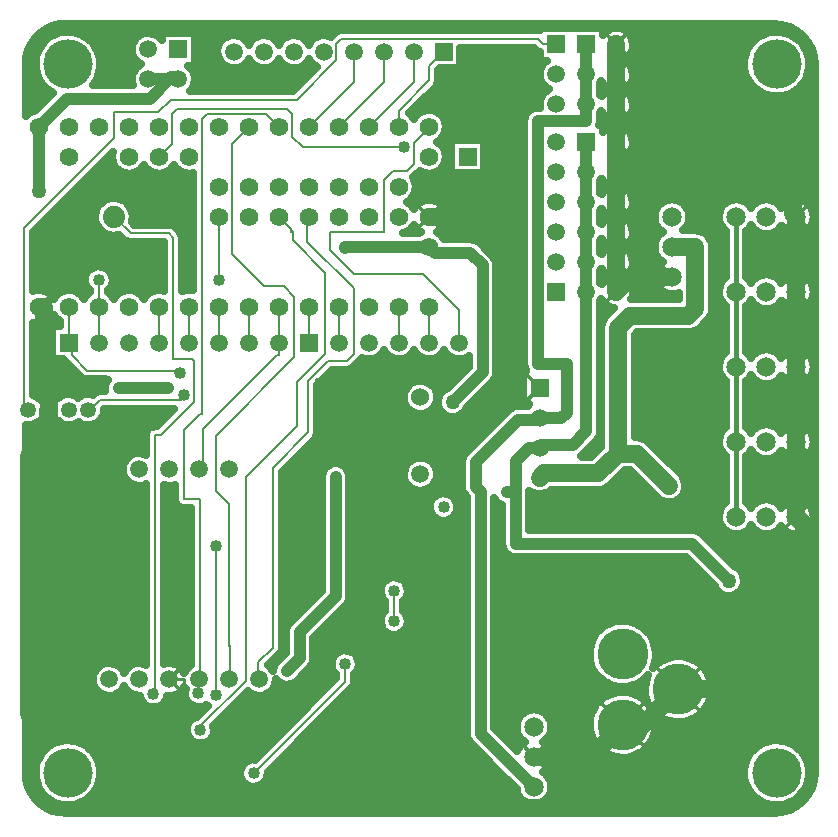
<source format=gbl>
G04 DipTrace Beta 2.9.0.1*
G04 TeensyArbotixProV3.gbl*
%MOIN*%
G04 #@! TF.FileFunction,Copper,L2,Bot*
G04 #@! TF.Part,Single*
G04 #@! TA.AperFunction,ViaPad*
%ADD13C,0.04*%
G04 #@! TA.AperFunction,Conductor,NotC*
%ADD14C,0.015*%
%ADD15C,0.01*%
G04 #@! TA.AperFunction,CopperBalancing*
%ADD16C,0.025*%
G04 #@! TA.AperFunction,Conductor,NotC*
%ADD18C,0.008*%
G04 #@! TA.AperFunction,ComponentPad*
%ADD19C,0.06*%
G04 #@! TA.AperFunction,ViaPad*
%ADD20C,0.05*%
G04 #@! TA.AperFunction,Conductor,NotC*
%ADD25C,0.059055*%
G04 #@! TA.AperFunction,CopperBalancing*
%ADD30C,0.013*%
G04 #@! TA.AperFunction,ComponentPad*
%ADD33C,0.065199*%
%ADD34C,0.059055*%
%ADD39R,0.059055X0.059055*%
%ADD43C,0.17*%
%ADD45C,0.074*%
%ADD47C,0.05315*%
%ADD55C,0.06194*%
%ADD57C,0.06194*%
G04 #@! TA.AperFunction,ViaPad*
%ADD59C,0.165*%
%FSLAX26Y26*%
G04*
G70*
G90*
G75*
G01*
G04 Bottom*
%LPD*%
X2325866Y2194016D2*
D13*
Y1729016D1*
X2280866Y1684016D1*
X2180866D1*
X2170866Y1674016D1*
X2325866Y2194016D2*
Y2294016D1*
Y2394016D1*
Y2494016D1*
Y2594016D1*
Y2694016D1*
X2801351Y1231032D2*
X2678326Y1354057D1*
X2090485D1*
Y1525276D1*
Y1628458D1*
X2136042Y1674016D1*
X2170866D1*
X1520336Y2339408D2*
Y2344016D1*
X1800866D1*
X1821061Y2323822D1*
X1938271D1*
X1979864Y2282229D1*
Y1926089D1*
X1881080Y1827306D1*
X1327578Y929932D2*
X1369943Y972297D1*
Y1058416D1*
X1490408Y1178882D1*
Y1577361D1*
X2090485Y1525276D2*
X2060154D1*
X2325866Y3019016D2*
Y2919016D1*
X1973334Y1012544D2*
Y721549D1*
X2150866Y544016D1*
X2325866Y2919016D2*
Y2761922D1*
X2163866D1*
Y1954016D1*
X2259866D1*
Y1791016D1*
X2242866Y1774016D1*
X2170866D1*
X2164866Y1768016D1*
X2098866D1*
X1956866Y1626016D1*
Y1544016D1*
X1973334Y1527549D1*
Y1012544D1*
X2325866Y2819016D2*
Y2761922D1*
X1717866Y2675016D2*
D18*
X1379839D1*
X1343839Y2711016D1*
Y2786988D1*
X1327839Y2802988D1*
X959839D1*
X943839Y2786988D1*
Y2686988D1*
X900866Y2644016D1*
X1090226Y849044D2*
Y1345105D1*
X1100866Y2231742D2*
Y2444016D1*
Y2024016D2*
Y2144016D1*
X1200866D2*
Y2024016D1*
X1700866Y2144016D2*
Y2024016D1*
X1900866D2*
Y2134016D1*
X1782509Y2252373D1*
X1552264D1*
X1471828Y2332809D1*
Y2394499D1*
X1650866D1*
Y2567016D1*
X1680866Y2597016D1*
X1727866D1*
X1750866Y2620016D1*
Y2689016D1*
X1803866Y2742016D1*
X1802866D1*
X1800866Y2744016D1*
X1039305Y733852D2*
Y746149D1*
X1189866Y896710D1*
Y1004016D1*
X1190831Y1004981D1*
Y1577240D1*
X1361462Y1747872D1*
Y1893373D1*
X1454866Y1986777D1*
Y2257016D1*
X1346866Y2365016D1*
Y2396016D1*
X1342866Y2392016D1*
Y2402016D1*
X1300866Y2444016D1*
X1400866D2*
X1395866D1*
Y2361016D1*
X1549866Y2207016D1*
Y1986116D1*
X1526852Y1963101D1*
X1466164D1*
X1399314Y1896251D1*
Y1725464D1*
X1280799Y1606949D1*
Y1007141D1*
X1232506Y958847D1*
Y905113D1*
X1235866Y901752D1*
X600866Y2144016D2*
Y2024016D1*
X609855Y2015028D1*
Y1983146D1*
X661832Y1931168D1*
X971866D1*
Y1923607D1*
X700866Y2024016D2*
Y2144016D1*
Y2233366D1*
X1800866Y2144016D2*
Y2024016D1*
X1850866Y2994016D2*
X1802866Y2946016D1*
Y2899016D1*
X1700866Y2797016D1*
Y2744016D1*
X1750866Y2994016D2*
Y2894016D1*
X1600866Y2744016D1*
X1650866Y2994016D2*
Y2894016D1*
X1500866Y2744016D1*
X1400866D2*
X1550866Y2894016D1*
Y2994016D1*
X1035866Y901752D2*
X1037866Y903752D1*
Y1139937D1*
X1038757Y1140828D1*
Y1503784D1*
X983866D1*
Y1733016D1*
X1037866Y1787016D1*
X1043839D1*
Y2770988D1*
X1059839Y2786988D1*
X1257894D1*
X1300866Y2744016D1*
X1035866Y901752D2*
Y855302D1*
X1032932D1*
X1135866Y901752D2*
X1137866D1*
Y1015016D1*
X1135866Y1013016D1*
Y1155016D1*
X1134866Y1156016D1*
Y1485016D1*
X1089866Y1530016D1*
Y1714016D1*
X1352866Y1977016D1*
Y2178016D1*
X1319176Y2211706D1*
X1252176D1*
X1143839Y2320044D1*
Y2686988D1*
X1200866Y2744016D1*
X1685016Y1197016D2*
Y1096012D1*
X900866Y2144016D2*
Y2024016D1*
X1000866Y2144016D2*
Y2024016D1*
X1300866D2*
Y2144016D1*
X1035866Y1601752D2*
X1047866Y1613752D1*
Y1737016D1*
X1294866Y1984016D1*
X1299866D1*
X1300866Y1985016D1*
Y2024016D1*
X1400866Y2144016D2*
Y2024016D1*
X1500866Y2144016D2*
Y2024016D1*
X2825866Y2444016D2*
D14*
Y2194016D1*
Y1944016D1*
Y1694016D1*
Y1444016D1*
X3025866Y2444016D2*
D19*
Y2194016D1*
Y1944016D1*
Y1694016D1*
Y1444016D1*
X2150866Y644016D2*
X2340087D1*
X2446866Y750796D1*
X2513796D1*
X2631906Y868906D1*
X2962756D1*
X3049866Y956016D1*
Y1420016D1*
X3025866Y1444016D1*
X2610866Y2244016D2*
X2475866D1*
X2425866Y2194016D1*
Y2294016D2*
Y2194016D1*
X1800866Y2444016D2*
X1974866D1*
X2068250Y2350633D1*
Y2004016D1*
Y1900093D1*
X1886280Y1718124D1*
X1744974D1*
X1708285Y1681435D1*
X1578785Y1551935D1*
Y1484097D1*
Y1063217D1*
X1542024D1*
X1461395Y982588D1*
Y947568D1*
X1182630Y668803D1*
X985866D1*
X795866D1*
Y734488D1*
X520394D1*
X467866Y787016D1*
Y1645016D1*
X517866Y1695016D1*
Y1736016D1*
X534866Y1753016D1*
Y1912814D1*
X517948D1*
Y2144016D1*
X500866D1*
X935866Y901752D2*
D15*
X985866D1*
Y668803D1*
X2425866Y2294016D2*
D25*
Y2394016D1*
Y2494016D1*
Y2594016D1*
Y2694016D1*
Y2919016D2*
Y3019016D1*
Y2919016D2*
Y2784488D1*
D19*
Y2753544D1*
D25*
Y2694016D1*
X1910866Y1359376D2*
D13*
X1703507D1*
D19*
X1578785Y1484097D1*
X3025866Y2194016D2*
D3*
X2425866Y2594016D2*
D25*
X2485394D1*
D19*
X2583830D1*
X2597701Y2580145D1*
X2954738D1*
X3015866Y2519016D1*
Y2454016D1*
X3025866Y2444016D1*
X795866Y668803D2*
Y544016D1*
X831866Y508016D1*
X883844D1*
X1980866D1*
X2015866Y473016D1*
X2320866D1*
Y624796D1*
X2340087Y644016D1*
X530866Y1800383D2*
X534866Y1753016D1*
X766583Y1764733D2*
X696866Y1695016D1*
X517866D1*
X2425866Y2819016D2*
D25*
Y2759488D1*
D19*
Y2753544D1*
X1437723Y1889016D2*
D15*
X1645305Y1681435D1*
X1708285D1*
X2225866Y3019016D2*
D18*
X2182339D1*
X2165177Y3036177D1*
X1508394D1*
X1492394Y3020177D1*
Y2966059D1*
X1360486Y2834151D1*
X941015D1*
X898579Y2791715D1*
X752176D1*
Y2707154D1*
X451916Y2406894D1*
Y1814334D1*
X465866Y1800383D1*
X1521365Y952928D2*
Y893176D1*
X1217903Y589714D1*
X665866Y1800383D2*
Y1793385D1*
X705180Y1832698D1*
X975549D1*
X983882Y1841032D1*
Y1850019D1*
X750866Y2444016D2*
X806642Y2388240D1*
X934950D1*
X948622Y2374568D1*
Y1970276D1*
X1011121D1*
X1018933Y1962464D1*
Y1827700D1*
X907607Y1716373D1*
X888631D1*
Y853776D1*
X882798D1*
X2610866Y2344016D2*
D19*
X2688866D1*
Y2137016D1*
X2665866Y2114016D1*
X2470866D1*
X2430866Y2074016D1*
Y1654016D1*
X2365866Y1589016D1*
X2185866D1*
D25*
X2170866Y1574016D1*
X2430866Y1654016D2*
X2493256D1*
X2600866Y1546406D1*
X865866Y2902016D2*
D13*
X933866D1*
X869866Y2838016D1*
X594866D1*
X500866Y2744016D1*
X933866Y2902016D2*
X940866Y2909016D1*
X958866D1*
X965866Y2902016D1*
X500866Y2744016D2*
Y2530016D1*
X766583Y1873116D2*
X930845D1*
D20*
X2801351Y1231032D3*
D13*
X1520336Y2339408D3*
D20*
X1881080Y1827306D3*
D13*
X1090226Y849044D3*
Y1345105D3*
X1100866Y2231742D3*
X1039305Y733852D3*
X883844Y508016D3*
X2068250Y2004016D3*
X766583Y1764733D3*
X1437723Y1889016D3*
X882798Y853776D3*
D20*
X500866Y2530016D3*
D13*
X766583Y1873116D3*
X930845D3*
D59*
X2959922Y590866D3*
X597717D3*
Y2953071D3*
X2959922D3*
D13*
X1910866Y1359376D3*
X1973334Y1012544D3*
X1717866Y2675016D3*
X1490408Y1577361D3*
X2060154Y1525276D3*
X1327578Y929932D3*
X1217903Y589714D3*
X1521365Y952928D3*
X983882Y1850019D3*
X1849931Y1476118D3*
X971866Y1923607D3*
X700866Y2233366D3*
X1032932Y855302D3*
X1685016Y1096012D3*
Y1197016D3*
X2600866Y1546406D3*
X516633Y3062553D2*
D16*
X1492492D1*
X2461945D2*
X3027259D1*
X489680Y3037684D2*
X528040D1*
X667415D2*
X821399D1*
X1023273D2*
X1114759D1*
X1186945D2*
X1214759D1*
X1286945D2*
X1314759D1*
X1386945D2*
X1414759D1*
X2480305D2*
X2890149D1*
X3029524D2*
X3053820D1*
X473664Y3012815D2*
X505383D1*
X690071D2*
X809289D1*
X1023273D2*
X1096789D1*
X2483040D2*
X2867492D1*
X3052571D2*
X3069836D1*
X464289Y2987946D2*
X492883D1*
X702571D2*
X810071D1*
X1023273D2*
X1093664D1*
X1908431D2*
X2168273D1*
X2473664D2*
X2855383D1*
X3064680D2*
X3079212D1*
X459992Y2963078D2*
X487805D1*
X707649D2*
X824524D1*
X1023273D2*
X1103040D1*
X1908431D2*
X2190540D1*
X2461164D2*
X2849915D1*
X3070149D2*
X3083508D1*
X459212Y2938209D2*
X488196D1*
X707259D2*
X821789D1*
X1009992D2*
X1420227D1*
X1839289D2*
X2171789D1*
X2479915D2*
X2850305D1*
X3069368D2*
X3085071D1*
X459212Y2913340D2*
X494836D1*
X700617D2*
X809680D1*
X1022101D2*
X1395617D1*
X1834992D2*
X2168664D1*
X2483040D2*
X2856945D1*
X3062727D2*
X3085071D1*
X459212Y2888471D2*
X508508D1*
X686945D2*
X810071D1*
X1021712D2*
X1370617D1*
X1833040D2*
X2177649D1*
X2474055D2*
X2871008D1*
X3049055D2*
X3085071D1*
X459212Y2863603D2*
X534680D1*
X1811555D2*
X2190931D1*
X2374055D2*
X2391166D1*
X2460773D2*
X2896789D1*
X3022883D2*
X3085071D1*
X459212Y2838734D2*
X528820D1*
X1786945D2*
X2172180D1*
X2479915D2*
X3085071D1*
X459212Y2813865D2*
X503820D1*
X1761945D2*
X2168664D1*
X2483040D2*
X3085071D1*
X1737336Y2788996D2*
X1764368D1*
X1837336D2*
X2124915D1*
X2474445D2*
X3085071D1*
X1856087Y2764128D2*
X2115931D1*
X2374055D2*
X3085071D1*
X1859601Y2739259D2*
X2115931D1*
X2459601D2*
X3085071D1*
X1851399Y2714390D2*
X2115931D1*
X2479524D2*
X3085071D1*
X1836945Y2689521D2*
X1873352D1*
X1988508D2*
X2115931D1*
X2483040D2*
X3085071D1*
X1856087Y2664652D2*
X1873352D1*
X1988508D2*
X2115931D1*
X2474836D2*
X3085071D1*
X729133Y2639784D2*
X742101D1*
X1859601D2*
X1873294D1*
X1988508D2*
X2115931D1*
X2458820D2*
X3085071D1*
X704133Y2614915D2*
X749915D1*
X1851789D2*
X1873352D1*
X1988508D2*
X2115931D1*
X2479133D2*
X3085071D1*
X679133Y2590046D2*
X781555D1*
X820149D2*
X881555D1*
X920149D2*
X981555D1*
X1765071D2*
X1781555D1*
X1820149D2*
X1873352D1*
X1988508D2*
X2115931D1*
X2483431D2*
X3085071D1*
X654524Y2565177D2*
X1012024D1*
X1755696D2*
X2115931D1*
X2475227D2*
X3085071D1*
X629524Y2540309D2*
X1012024D1*
X1759601D2*
X2115931D1*
X2374055D2*
X2393664D1*
X2458040D2*
X3085071D1*
X604524Y2515440D2*
X1012024D1*
X1752180D2*
X2115931D1*
X2479133D2*
X3085071D1*
X579915Y2490571D2*
X706555D1*
X795149D2*
X1012024D1*
X1735383D2*
X1766320D1*
X1835383D2*
X2115931D1*
X2483431D2*
X2573743D1*
X2648273D2*
X2788587D1*
X2863117D2*
X2888587D1*
X2963117D2*
X2988587D1*
X3063117D2*
X3085071D1*
X554915Y2465702D2*
X689759D1*
X811945D2*
X1012024D1*
X1855696D2*
X2115931D1*
X2475617D2*
X2554601D1*
X2667415D2*
X2769445D1*
X529915Y2440834D2*
X685852D1*
X815852D2*
X1012024D1*
X1859601D2*
X2115931D1*
X2374055D2*
X2394445D1*
X2457259D2*
X2550305D1*
X2671320D2*
X2765540D1*
X505305Y2415965D2*
X692492D1*
X947492D2*
X1012024D1*
X1852571D2*
X2115931D1*
X2478743D2*
X2557336D1*
X2664289D2*
X2772571D1*
X483820Y2391096D2*
X715149D1*
X975617D2*
X1012024D1*
X1722883D2*
X1767101D1*
X1834601D2*
X2115931D1*
X2483431D2*
X2574133D1*
X2720931D2*
X2790540D1*
X2861555D2*
X2899524D1*
X2952180D2*
X2999524D1*
X3052180D2*
X3085071D1*
X483820Y2366227D2*
X784680D1*
X980696D2*
X1012024D1*
X1957259D2*
X2115931D1*
X2476008D2*
X2554601D1*
X2742415D2*
X2790540D1*
X2861555D2*
X3085071D1*
X483820Y2341359D2*
X916712D1*
X980696D2*
X1012024D1*
X1987727D2*
X2115931D1*
X2374055D2*
X2395227D1*
X2456477D2*
X2550305D1*
X2746712D2*
X2790540D1*
X2861555D2*
X3085071D1*
X483820Y2316490D2*
X916712D1*
X980696D2*
X1012024D1*
X2012336D2*
X2115931D1*
X2478743D2*
X2557336D1*
X2746712D2*
X2790540D1*
X2861555D2*
X3085071D1*
X483820Y2291621D2*
X916712D1*
X980696D2*
X1012024D1*
X2026789D2*
X2115931D1*
X2483431D2*
X2574915D1*
X2746712D2*
X2790540D1*
X2861555D2*
X3085071D1*
X483820Y2266752D2*
X667492D1*
X734212D2*
X916712D1*
X980696D2*
X1012024D1*
X2027961D2*
X2115931D1*
X2476008D2*
X2554992D1*
X2746712D2*
X2790540D1*
X2861555D2*
X3085071D1*
X483820Y2241883D2*
X653820D1*
X747883D2*
X916712D1*
X980696D2*
X1012024D1*
X2027961D2*
X2115931D1*
X2374055D2*
X2396399D1*
X2455696D2*
X2550305D1*
X2746712D2*
X2790540D1*
X2861555D2*
X2890540D1*
X2961164D2*
X2990540D1*
X3061164D2*
X3085071D1*
X483820Y2217015D2*
X655773D1*
X745931D2*
X916712D1*
X980696D2*
X1012024D1*
X2027961D2*
X2115931D1*
X2478352D2*
X2556945D1*
X2746712D2*
X2769836D1*
X533040Y2192146D2*
X568664D1*
X633040D2*
X668664D1*
X733040D2*
X768664D1*
X833040D2*
X868664D1*
X2027961D2*
X2115931D1*
X2483431D2*
X2582336D1*
X2746712D2*
X2765353D1*
X2027961Y2167277D2*
X2115931D1*
X2746712D2*
X2771789D1*
X2027961Y2142408D2*
X2115931D1*
X2374055D2*
X2404212D1*
X2746712D2*
X2790540D1*
X2861555D2*
X2896789D1*
X2954915D2*
X2996789D1*
X3054915D2*
X3085071D1*
X2027961Y2117540D2*
X2115931D1*
X2374055D2*
X2393273D1*
X2743196D2*
X2790540D1*
X2861555D2*
X3085071D1*
X526789Y2092671D2*
X569055D1*
X2027961D2*
X2115931D1*
X2725617D2*
X2790540D1*
X2861555D2*
X3085071D1*
X483820Y2067802D2*
X543273D1*
X2027961D2*
X2115931D1*
X2699055D2*
X2790540D1*
X2861555D2*
X3085071D1*
X483820Y2042933D2*
X543273D1*
X2027961D2*
X2115931D1*
X2488899D2*
X2790540D1*
X2861555D2*
X3085071D1*
X483820Y2018065D2*
X543273D1*
X2027961D2*
X2115931D1*
X2488899D2*
X2790540D1*
X2861555D2*
X3085071D1*
X483820Y1993196D2*
X543273D1*
X2027961D2*
X2115931D1*
X2488899D2*
X2790540D1*
X2861555D2*
X2892492D1*
X2959212D2*
X2992492D1*
X3059212D2*
X3085071D1*
X483820Y1968327D2*
X581945D1*
X1576008D2*
X1931945D1*
X2027961D2*
X2115931D1*
X2488899D2*
X2770617D1*
X483820Y1943458D2*
X605383D1*
X1551399D2*
X1930383D1*
X2027961D2*
X2117101D1*
X2488899D2*
X2765149D1*
X483820Y1918589D2*
X630383D1*
X1465852D2*
X1905383D1*
X2027180D2*
X2113196D1*
X2488899D2*
X2771008D1*
X483820Y1893721D2*
X723352D1*
X1440852D2*
X1750305D1*
X1795540D2*
X1880773D1*
X2014289D2*
X2113196D1*
X2488899D2*
X2790540D1*
X2861555D2*
X2894445D1*
X2957259D2*
X2994445D1*
X3057259D2*
X3085071D1*
X483820Y1868852D2*
X718664D1*
X1431477D2*
X1721789D1*
X1824055D2*
X1849915D1*
X1989289D2*
X2113196D1*
X2488899D2*
X2790540D1*
X2861555D2*
X3085071D1*
X1431477Y1843983D2*
X1714759D1*
X1964680D2*
X2113196D1*
X2488899D2*
X2790540D1*
X2861555D2*
X3085071D1*
X1431477Y1819114D2*
X1719836D1*
X1939680D2*
X2113196D1*
X2488899D2*
X2790540D1*
X2861555D2*
X3085071D1*
X720149Y1794246D2*
X941320D1*
X1431477D2*
X1742101D1*
X1803743D2*
X1840540D1*
X1921712D2*
X2058117D1*
X2488899D2*
X2790540D1*
X2861555D2*
X3085071D1*
X710383Y1769377D2*
X916320D1*
X1431477D2*
X2033508D1*
X2488899D2*
X2790540D1*
X2861555D2*
X3085071D1*
X459212Y1744508D2*
X877259D1*
X1431477D2*
X2008508D1*
X2488899D2*
X2790540D1*
X2861555D2*
X2894445D1*
X2957259D2*
X2994445D1*
X3057259D2*
X3085071D1*
X459212Y1719639D2*
X856945D1*
X1430696D2*
X1983508D1*
X2488899D2*
X2771399D1*
X459212Y1694771D2*
X856555D1*
X1412727D2*
X1958899D1*
X2358431D2*
X2372961D1*
X2532649D2*
X2765149D1*
X459212Y1669902D2*
X856555D1*
X1388117D2*
X1933899D1*
X2333431D2*
X2365931D1*
X2557649D2*
X2770617D1*
X459212Y1645033D2*
X799524D1*
X1363117D2*
X1913196D1*
X2306868D2*
X2340931D1*
X2582649D2*
X2790540D1*
X2861555D2*
X2892101D1*
X2959601D2*
X2992101D1*
X3059601D2*
X3085071D1*
X459212Y1620164D2*
X781555D1*
X1338117D2*
X1472571D1*
X1508431D2*
X1727259D1*
X1818587D2*
X1908899D1*
X2607259D2*
X2790540D1*
X2861555D2*
X3085071D1*
X459212Y1595296D2*
X778820D1*
X1313508D2*
X1446008D1*
X1534601D2*
X1716320D1*
X1829524D2*
X1908899D1*
X2452961D2*
X2471789D1*
X2632259D2*
X2790540D1*
X2861555D2*
X3085071D1*
X459212Y1570427D2*
X788196D1*
X1312727D2*
X1442492D1*
X1538508D2*
X1717492D1*
X1828352D2*
X1908899D1*
X2428352D2*
X2496399D1*
X2652961D2*
X2790540D1*
X2861555D2*
X3085071D1*
X459212Y1545558D2*
X856555D1*
X920540D2*
X951868D1*
X1312727D2*
X1442492D1*
X1538508D2*
X1733117D1*
X1812727D2*
X1908899D1*
X2402961D2*
X2521399D1*
X2658431D2*
X2790540D1*
X2861555D2*
X3085071D1*
X459212Y1520689D2*
X856555D1*
X920540D2*
X951868D1*
X1312727D2*
X1442492D1*
X1538508D2*
X1838196D1*
X1861555D2*
X1915149D1*
X2138508D2*
X2154601D1*
X2186945D2*
X2546399D1*
X2652180D2*
X2790540D1*
X2861555D2*
X3085071D1*
X459212Y1495820D2*
X856555D1*
X920540D2*
X953040D1*
X1312727D2*
X1442492D1*
X1538508D2*
X1806555D1*
X1893587D2*
X1925305D1*
X2138508D2*
X2576868D1*
X2624836D2*
X2790540D1*
X2861555D2*
X2897180D1*
X2954524D2*
X2997180D1*
X3054524D2*
X3085071D1*
X459212Y1470952D2*
X856555D1*
X920540D2*
X1006945D1*
X1312727D2*
X1442492D1*
X1538508D2*
X1802259D1*
X1897492D2*
X1925305D1*
X2021320D2*
X2042492D1*
X2138508D2*
X2771789D1*
X459212Y1446083D2*
X856555D1*
X920540D2*
X1006945D1*
X1312727D2*
X1442492D1*
X1538508D2*
X1813196D1*
X1886555D2*
X1925305D1*
X2021320D2*
X2042492D1*
X2138508D2*
X2765149D1*
X459212Y1421214D2*
X856555D1*
X920540D2*
X1006945D1*
X1312727D2*
X1442492D1*
X1538508D2*
X1925305D1*
X2021320D2*
X2042492D1*
X2138508D2*
X2769836D1*
X459212Y1396345D2*
X856555D1*
X920540D2*
X1006945D1*
X1312727D2*
X1442492D1*
X1538508D2*
X1925305D1*
X2021320D2*
X2042492D1*
X2697492D2*
X2790149D1*
X2861555D2*
X2890149D1*
X2961555D2*
X2990149D1*
X3061555D2*
X3085071D1*
X459212Y1371477D2*
X856555D1*
X920540D2*
X1006945D1*
X1312727D2*
X1442492D1*
X1538508D2*
X1925305D1*
X2021320D2*
X2042492D1*
X2727571D2*
X3085071D1*
X459212Y1346608D2*
X856555D1*
X920540D2*
X1006945D1*
X1312727D2*
X1442492D1*
X1538508D2*
X1925305D1*
X2021320D2*
X2043273D1*
X2752571D2*
X3085071D1*
X459212Y1321739D2*
X856555D1*
X920540D2*
X1006945D1*
X1312727D2*
X1442492D1*
X1538508D2*
X1925305D1*
X2021320D2*
X2055773D1*
X2777571D2*
X3085071D1*
X459212Y1296870D2*
X856555D1*
X920540D2*
X1006945D1*
X1312727D2*
X1442492D1*
X1538508D2*
X1925305D1*
X2021320D2*
X2668664D1*
X2802180D2*
X3085071D1*
X459212Y1272002D2*
X856555D1*
X920540D2*
X1006945D1*
X1312727D2*
X1442492D1*
X1538508D2*
X1925305D1*
X2021320D2*
X2693664D1*
X2833431D2*
X3085071D1*
X459212Y1247133D2*
X856555D1*
X920540D2*
X1006945D1*
X1312727D2*
X1442492D1*
X1538508D2*
X1925305D1*
X2021320D2*
X2718273D1*
X2851789D2*
X3085071D1*
X459212Y1222264D2*
X856555D1*
X920540D2*
X1006945D1*
X1312727D2*
X1442492D1*
X1538508D2*
X1644836D1*
X1725227D2*
X1925305D1*
X2021320D2*
X2743273D1*
X2853743D2*
X3085071D1*
X459212Y1197395D2*
X856555D1*
X920540D2*
X1006945D1*
X1312727D2*
X1442101D1*
X1538508D2*
X1637024D1*
X1733040D2*
X1925305D1*
X2021320D2*
X2761243D1*
X2841633D2*
X3085071D1*
X459212Y1172526D2*
X856555D1*
X920540D2*
X1006945D1*
X1312727D2*
X1417101D1*
X1538117D2*
X1644055D1*
X1726008D2*
X1925305D1*
X2021320D2*
X3085071D1*
X459212Y1147658D2*
X856555D1*
X920540D2*
X1006945D1*
X1312727D2*
X1392492D1*
X1526008D2*
X1653040D1*
X1717024D2*
X1925305D1*
X2021320D2*
X3085071D1*
X459212Y1122789D2*
X856555D1*
X920540D2*
X1005773D1*
X1312727D2*
X1367492D1*
X1501008D2*
X1645617D1*
X1724445D2*
X1925305D1*
X2021320D2*
X3085071D1*
X459212Y1097920D2*
X856555D1*
X920540D2*
X1005773D1*
X1312727D2*
X1342492D1*
X1476399D2*
X1637024D1*
X1733040D2*
X1925305D1*
X2021320D2*
X3085071D1*
X459212Y1073051D2*
X856555D1*
X920540D2*
X1005773D1*
X1451399D2*
X1643273D1*
X1726789D2*
X1925305D1*
X2021320D2*
X2374915D1*
X2518587D2*
X3085071D1*
X459212Y1048183D2*
X856555D1*
X920540D2*
X1005773D1*
X1426399D2*
X1925305D1*
X2021320D2*
X2352259D1*
X2541243D2*
X3085071D1*
X459212Y1023314D2*
X856555D1*
X920540D2*
X1005773D1*
X1417805D2*
X1925305D1*
X2021320D2*
X2340149D1*
X2553743D2*
X3085071D1*
X459212Y998445D2*
X856555D1*
X920540D2*
X1005773D1*
X1417805D2*
X1925305D1*
X2021320D2*
X2334289D1*
X2559212D2*
X3085071D1*
X459212Y973576D2*
X856555D1*
X920540D2*
X1005773D1*
X1291633D2*
X1304212D1*
X1417805D2*
X1478431D1*
X1564289D2*
X1925305D1*
X2021320D2*
X2334680D1*
X2559212D2*
X2594055D1*
X2669759D2*
X3085071D1*
X459212Y948708D2*
X704601D1*
X767024D2*
X804601D1*
X967024D2*
X1004601D1*
X1267024D2*
X1283508D1*
X1411164D2*
X1473743D1*
X1568977D2*
X1925305D1*
X2021320D2*
X2340540D1*
X2710773D2*
X3085071D1*
X459212Y923839D2*
X683117D1*
X1388508D2*
X1483899D1*
X1558820D2*
X1925305D1*
X2021320D2*
X2353820D1*
X2730305D2*
X3085071D1*
X459212Y898970D2*
X678431D1*
X1363508D2*
X1483117D1*
X1553352D2*
X1925305D1*
X2021320D2*
X2377649D1*
X2740852D2*
X3085071D1*
X459212Y874101D2*
X685852D1*
X1285773D2*
X1458117D1*
X1546320D2*
X1925305D1*
X2021320D2*
X2519055D1*
X2744759D2*
X3085071D1*
X459212Y849233D2*
X717101D1*
X754915D2*
X817101D1*
X954915D2*
X985461D1*
X1186555D2*
X1217101D1*
X1254915D2*
X1433117D1*
X1521712D2*
X1925305D1*
X2021320D2*
X2394055D1*
X2499445D2*
X2520617D1*
X2743196D2*
X3085071D1*
X459212Y824364D2*
X845617D1*
X920149D2*
X997180D1*
X1161555D2*
X1408508D1*
X1496712D2*
X1925305D1*
X2021320D2*
X2362024D1*
X2735383D2*
X3085071D1*
X459212Y799495D2*
X1048352D1*
X1136945D2*
X1383508D1*
X1471712D2*
X1925305D1*
X2021320D2*
X2131164D1*
X2170540D2*
X2345227D1*
X2720540D2*
X3085071D1*
X459212Y774626D2*
X1016712D1*
X1111945D2*
X1358508D1*
X1447101D2*
X1925305D1*
X2021320D2*
X2099133D1*
X2202571D2*
X2336633D1*
X2557259D2*
X2571789D1*
X2692024D2*
X3085071D1*
X459212Y749757D2*
X994055D1*
X1086945D2*
X1333899D1*
X1422101D2*
X1925305D1*
X2021320D2*
X2090540D1*
X2211164D2*
X2333899D1*
X2559992D2*
X3085071D1*
X459212Y724889D2*
X992101D1*
X1086555D2*
X1308899D1*
X1397101D2*
X1925305D1*
X2036945D2*
X2093664D1*
X2208040D2*
X2337024D1*
X2556868D2*
X3085071D1*
X459212Y700020D2*
X1006555D1*
X1072101D2*
X1283899D1*
X1372492D2*
X1930773D1*
X2061555D2*
X2110461D1*
X2191243D2*
X2346399D1*
X2547492D2*
X3085071D1*
X459212Y675151D2*
X527649D1*
X667805D2*
X1259289D1*
X1347492D2*
X1953040D1*
X2086555D2*
X2099453D1*
X2202571D2*
X2363977D1*
X2529915D2*
X2889759D1*
X3029915D2*
X3085071D1*
X459212Y650282D2*
X504992D1*
X690461D2*
X1234289D1*
X1322883D2*
X1977649D1*
X2211164D2*
X2398352D1*
X2495149D2*
X2867101D1*
X3052571D2*
X3085071D1*
X459212Y625414D2*
X492883D1*
X702571D2*
X1187024D1*
X1297883D2*
X2002649D1*
X2208431D2*
X2854992D1*
X3064680D2*
X3085071D1*
X459016Y600545D2*
X487805D1*
X707649D2*
X1171399D1*
X1272883D2*
X2027649D1*
X2192024D2*
X2849915D1*
X3070149D2*
X3085071D1*
X460773Y575676D2*
X488196D1*
X707259D2*
X1172180D1*
X1263508D2*
X2052259D1*
X2202180D2*
X2850305D1*
X3069368D2*
X3083117D1*
X465852Y550807D2*
X494836D1*
X700617D2*
X1191712D1*
X1243977D2*
X2077259D1*
X2211164D2*
X2856945D1*
X3062727D2*
X3078019D1*
X476399Y525939D2*
X508899D1*
X686555D2*
X2093273D1*
X2208431D2*
X2871008D1*
X3048664D2*
X3067101D1*
X494368Y501070D2*
X535071D1*
X660383D2*
X2109289D1*
X2192415D2*
X2897571D1*
X3022492D2*
X3049524D1*
X524055Y476201D2*
X3019055D1*
X2207626Y731612D2*
X2203670Y719780D1*
X2197278Y709066D1*
X2188747Y699964D1*
X2180599Y693932D1*
X2190570Y686433D1*
X2198710Y676979D1*
X2204645Y666006D1*
X2208099Y654017D1*
X2208912Y641517D1*
X2207041Y629183D1*
X2202579Y617532D1*
X2195733Y607101D1*
X2186817Y598374D1*
X2180439Y594011D1*
X2186776Y589689D1*
X2195700Y580970D1*
X2202555Y570546D1*
X2207028Y558899D1*
X2208966Y544016D1*
X2207626Y531612D1*
X2203670Y519780D1*
X2197278Y509066D1*
X2188747Y499964D1*
X2178469Y492891D1*
X2166918Y488177D1*
X2154626Y486038D1*
X2142162Y486572D1*
X2130099Y489755D1*
X2118994Y495440D1*
X2109357Y503364D1*
X2101635Y513163D1*
X2096184Y524385D1*
X2093227Y537680D1*
X2039143Y591393D1*
X1941160Y689376D1*
X1933638Y699310D1*
X1929055Y711299D1*
X1927834Y721549D1*
Y1509028D1*
X1917171Y1521777D1*
X1912588Y1533767D1*
X1911366Y1544016D1*
Y1626016D1*
X1913072Y1638360D1*
X1918310Y1650078D1*
X1924693Y1658189D1*
X2066693Y1800189D1*
X2076628Y1807712D1*
X2088617Y1812294D1*
X2098866Y1813516D1*
X2132851D1*
X2133394Y1818988D1*
X2115839D1*
Y1929044D1*
X2125761D1*
X2123339Y1933332D1*
X2118692Y1948587D1*
X2118366Y2016516D1*
Y2761922D1*
X2120072Y2774265D1*
X2125063Y2785683D1*
X2132965Y2795318D1*
X2143183Y2802449D1*
X2158437Y2807096D1*
X2172070Y2807422D1*
X2170880Y2821141D1*
X2172771Y2833470D1*
X2177390Y2845057D1*
X2184500Y2855305D1*
X2193735Y2863689D1*
X2202920Y2868826D1*
X2190383Y2876957D1*
X2181823Y2886028D1*
X2175525Y2896796D1*
X2171814Y2908704D1*
X2170880Y2921141D1*
X2172771Y2933470D1*
X2177390Y2945057D1*
X2184500Y2955305D1*
X2194076Y2963880D1*
X2170839Y2963988D1*
X2170209Y2992125D1*
X2161479Y2998156D1*
X2152677Y3006677D1*
X1906193D1*
X1905894Y2938988D1*
X1837534D1*
X1832366Y2933516D1*
Y2899016D1*
X1829528Y2886575D1*
X1823726Y2878156D1*
X1734509Y2788940D1*
X1742213Y2782477D1*
X1750755Y2769966D1*
X1754956Y2776895D1*
X1763294Y2786172D1*
X1773466Y2793393D1*
X1784977Y2798204D1*
X1797261Y2800370D1*
X1809722Y2799788D1*
X1821751Y2796482D1*
X1832760Y2790617D1*
X1842213Y2782477D1*
X1849649Y2772461D1*
X1854704Y2761057D1*
X1857336Y2744016D1*
X1855958Y2731618D1*
X1851893Y2719824D1*
X1845336Y2709212D1*
X1836609Y2700298D1*
X1827121Y2694152D1*
X1832760Y2690617D1*
X1842213Y2682477D1*
X1849649Y2672461D1*
X1854704Y2661057D1*
X1857336Y2644016D1*
X1855958Y2631618D1*
X1851893Y2619824D1*
X1845336Y2609212D1*
X1836609Y2600298D1*
X1826139Y2593517D1*
X1814435Y2589201D1*
X1802068Y2587559D1*
X1789645Y2588672D1*
X1777767Y2592487D1*
X1770041Y2597036D1*
X1748401Y2575946D1*
X1754704Y2561057D1*
X1757336Y2544016D1*
X1755958Y2531618D1*
X1751893Y2519824D1*
X1745336Y2509212D1*
X1736609Y2500298D1*
X1727121Y2494152D1*
X1732760Y2490617D1*
X1742213Y2482477D1*
X1750755Y2469966D1*
X1756456Y2478894D1*
X1765197Y2487794D1*
X1775679Y2494558D1*
X1787390Y2498855D1*
X1799759Y2500475D1*
X1812181Y2499340D1*
X1824053Y2495507D1*
X1834792Y2489159D1*
X1843876Y2480609D1*
X1850860Y2470275D1*
X1855406Y2458658D1*
X1857289Y2446326D1*
X1856453Y2434068D1*
X1852912Y2422107D1*
X1846832Y2411214D1*
X1838509Y2401923D1*
X1828349Y2394685D1*
X1827037Y2393991D1*
X1832760Y2390617D1*
X1842213Y2382477D1*
X1851071Y2369254D1*
X1938271Y2369322D1*
X1950614Y2367616D1*
X1962332Y2362378D1*
X1970444Y2355995D1*
X2012037Y2314402D1*
X2019559Y2304467D1*
X2024142Y2292478D1*
X2025364Y2282229D1*
Y1926089D1*
X2023658Y1913746D1*
X2018420Y1902028D1*
X2012037Y1893916D1*
X1928897Y1810776D1*
X1925517Y1803315D1*
X1918285Y1793159D1*
X1908785Y1785084D1*
X1897596Y1779583D1*
X1885401Y1776991D1*
X1872941Y1777466D1*
X1860978Y1780979D1*
X1850240Y1787317D1*
X1841383Y1796091D1*
X1834945Y1806768D1*
X1831319Y1818698D1*
X1830727Y1831152D1*
X1833204Y1843372D1*
X1838599Y1854612D1*
X1846584Y1864188D1*
X1856672Y1871515D1*
X1863545Y1874267D1*
X1934257Y1944830D1*
X1934364Y1980386D1*
X1924055Y1974113D1*
X1912221Y1970172D1*
X1899803Y1968999D1*
X1887440Y1970651D1*
X1875767Y1975046D1*
X1865383Y1981957D1*
X1856823Y1991028D1*
X1850722Y2001458D1*
X1843603Y1989352D1*
X1834698Y1980617D1*
X1824055Y1974113D1*
X1812221Y1970172D1*
X1799803Y1968999D1*
X1787440Y1970651D1*
X1775767Y1975046D1*
X1765383Y1981957D1*
X1756823Y1991028D1*
X1750722Y2001458D1*
X1743603Y1989352D1*
X1734698Y1980617D1*
X1724055Y1974113D1*
X1712221Y1970172D1*
X1699803Y1968999D1*
X1687440Y1970651D1*
X1675767Y1975046D1*
X1665383Y1981957D1*
X1656823Y1991028D1*
X1650722Y2001458D1*
X1643603Y1989352D1*
X1634698Y1980617D1*
X1624055Y1974113D1*
X1612221Y1970172D1*
X1599803Y1968999D1*
X1587440Y1970651D1*
X1576861Y1974634D1*
X1574047Y1969218D1*
X1547712Y1942242D1*
X1536907Y1935452D1*
X1526852Y1933601D1*
X1478185Y1933403D1*
X1428814Y1883751D1*
Y1725464D1*
X1425975Y1713023D1*
X1420173Y1704604D1*
X1310299Y1594449D1*
Y1007141D1*
X1307461Y994700D1*
X1301659Y986281D1*
X1264370Y948992D1*
X1272948Y942410D1*
X1282070Y931296D1*
X1285512Y947275D1*
X1291794Y958036D1*
X1324407Y991108D1*
X1324443Y1058416D1*
X1326149Y1070760D1*
X1331386Y1082478D1*
X1337769Y1090589D1*
X1444664Y1197485D1*
X1444908Y1353882D1*
Y1577361D1*
X1446614Y1589705D1*
X1451605Y1601122D1*
X1459507Y1610757D1*
X1469725Y1617889D1*
X1481495Y1621979D1*
X1493933Y1622725D1*
X1506108Y1620067D1*
X1517104Y1614206D1*
X1526099Y1605583D1*
X1532416Y1594843D1*
X1535583Y1582792D1*
X1535908Y1514861D1*
Y1178882D1*
X1534202Y1166538D1*
X1528965Y1154820D1*
X1522582Y1146709D1*
X1415687Y1039814D1*
X1415443Y972297D1*
X1413736Y959953D1*
X1408499Y948235D1*
X1402116Y940124D1*
X1359751Y897759D1*
X1349817Y890236D1*
X1338214Y885693D1*
X1325814Y884466D1*
X1313546Y886650D1*
X1302331Y892079D1*
X1290894Y901752D1*
X1289481Y889360D1*
X1285313Y877604D1*
X1278603Y867088D1*
X1269698Y858353D1*
X1259055Y851849D1*
X1247221Y847908D1*
X1234803Y846735D1*
X1222440Y848387D1*
X1210767Y852782D1*
X1200383Y859693D1*
X1197441Y862811D1*
X1082839Y747964D1*
X1084805Y733852D1*
X1083099Y721508D1*
X1078108Y710091D1*
X1070206Y700456D1*
X1059988Y693324D1*
X1048218Y689234D1*
X1035780Y688488D1*
X1023605Y691146D1*
X1012609Y697007D1*
X1003614Y705630D1*
X997297Y716370D1*
X994130Y728423D1*
X994351Y740881D1*
X997944Y752813D1*
X1004638Y763322D1*
X1013933Y771621D1*
X1025131Y777088D1*
X1029345Y777852D1*
X1063530Y812198D1*
X1058191Y817319D1*
X1053616Y814775D1*
X1041845Y810684D1*
X1029407Y809939D1*
X1017233Y812596D1*
X1006236Y818457D1*
X997242Y827080D1*
X990924Y837820D1*
X987757Y849873D1*
X987978Y862331D1*
X990561Y870907D1*
X984164Y875382D1*
X976985Y865183D1*
X967693Y856862D1*
X956765Y850848D1*
X944764Y847449D1*
X932306Y846840D1*
X927880Y847317D1*
X926592Y841432D1*
X921601Y830015D1*
X913700Y820380D1*
X903482Y813248D1*
X891712Y809158D1*
X879273Y808412D1*
X867099Y811070D1*
X856103Y816931D1*
X847108Y825554D1*
X840790Y836294D1*
X838118Y846464D1*
X822440Y848387D1*
X810767Y852782D1*
X800383Y859693D1*
X791823Y868764D1*
X785722Y879194D1*
X778603Y867088D1*
X769698Y858353D1*
X759055Y851849D1*
X747221Y847908D1*
X734803Y846735D1*
X722440Y848387D1*
X710767Y852782D1*
X700383Y859693D1*
X691823Y868764D1*
X685525Y879532D1*
X681814Y891440D1*
X680880Y903877D1*
X682771Y916206D1*
X687390Y927793D1*
X694500Y938041D1*
X703735Y946425D1*
X714622Y952513D1*
X726600Y955994D1*
X739053Y956688D1*
X751344Y954558D1*
X762839Y949717D1*
X772948Y942410D1*
X781151Y933015D1*
X785743Y924419D1*
X794500Y938041D1*
X803735Y946425D1*
X814622Y952513D1*
X826600Y955994D1*
X839053Y956688D1*
X851344Y954558D1*
X858887Y951381D1*
X859131Y1053776D1*
X859055Y1551849D1*
X847221Y1547908D1*
X834803Y1546735D1*
X822440Y1548387D1*
X810767Y1552782D1*
X800383Y1559693D1*
X791823Y1568764D1*
X785525Y1579532D1*
X781814Y1591440D1*
X780880Y1603877D1*
X782771Y1616206D1*
X787390Y1627793D1*
X794500Y1638041D1*
X803735Y1646425D1*
X814622Y1652513D1*
X826600Y1655994D1*
X839053Y1656688D1*
X851344Y1654558D1*
X858887Y1651381D1*
X859131Y1716373D1*
X861740Y1728503D1*
X869105Y1738486D1*
X880311Y1744593D1*
X888631Y1745873D1*
X895586Y1746071D1*
X952761Y1803248D1*
X718126Y1803198D1*
X716448Y1788003D1*
X712054Y1776332D1*
X705012Y1766041D1*
X695726Y1757719D1*
X684726Y1751844D1*
X672646Y1748752D1*
X660176Y1748621D1*
X648033Y1751457D1*
X636914Y1757100D1*
X633662Y1759893D1*
X619726Y1751844D1*
X607646Y1748752D1*
X595176Y1748621D1*
X583033Y1751457D1*
X571914Y1757100D1*
X566296Y1761923D1*
X556498Y1755054D1*
X544986Y1750260D1*
X532664Y1748340D1*
X520240Y1749404D1*
X508425Y1753393D1*
X498328Y1759739D1*
X484726Y1751844D1*
X472646Y1748752D1*
X460176Y1748621D1*
X456761Y1749419D1*
X456516Y1538387D1*
Y593785D1*
X458789Y567604D1*
X464878Y544864D1*
X474781Y523685D1*
X488212Y504547D1*
X504760Y488032D1*
X523924Y474642D1*
X545124Y464784D1*
X567714Y458755D1*
X593538Y456521D1*
X2949906Y456516D1*
X2979096Y459382D1*
X3004317Y467007D1*
X3027496Y479383D1*
X3047815Y496046D1*
X3064492Y516351D1*
X3076890Y539520D1*
X3084529Y564663D1*
X3087425Y593967D1*
X3087422Y2949931D1*
X3084555Y2979096D1*
X3076931Y3004318D1*
X3064554Y3027496D1*
X3047893Y3047814D1*
X3027587Y3064494D1*
X3004419Y3076889D1*
X2979277Y3084526D1*
X2949970Y3087423D1*
X593759Y3087422D1*
X567604Y3085147D1*
X544864Y3079059D1*
X523685Y3069156D1*
X504547Y3055727D1*
X488033Y3039179D1*
X474643Y3020013D1*
X464785Y2998814D1*
X458757Y2976225D1*
X456523Y2950399D1*
X456517Y2778622D1*
X463294Y2786172D1*
X473466Y2793393D1*
X484977Y2798204D1*
X492271Y2799491D1*
X549071Y2856567D1*
X534239Y2865694D1*
X524574Y2873609D1*
X515887Y2882588D1*
X508294Y2892509D1*
X501899Y2903242D1*
X496786Y2914641D1*
X493023Y2926553D1*
X490662Y2938820D1*
X489731Y2951280D1*
X490247Y2963761D1*
X492201Y2976101D1*
X495566Y2988131D1*
X500298Y2999694D1*
X506335Y3010633D1*
X513593Y3020801D1*
X521978Y3030062D1*
X531376Y3038293D1*
X541660Y3045385D1*
X552697Y3051240D1*
X564335Y3055782D1*
X576419Y3058950D1*
X588789Y3060701D1*
X601278Y3061012D1*
X613719Y3059880D1*
X625946Y3057317D1*
X637797Y3053359D1*
X649110Y3048059D1*
X659735Y3041488D1*
X669532Y3033735D1*
X678366Y3024902D1*
X686122Y3015108D1*
X692694Y3004483D1*
X697996Y2993171D1*
X701956Y2981323D1*
X704521Y2969096D1*
X705717Y2953071D1*
X704994Y2940599D1*
X702836Y2928294D1*
X699272Y2916320D1*
X694348Y2904839D1*
X688131Y2894002D1*
X680439Y2883671D1*
X814007Y2883516D1*
X811814Y2891704D1*
X810880Y2904141D1*
X812771Y2916470D1*
X817390Y2928057D1*
X824500Y2938305D1*
X833735Y2946689D1*
X842920Y2951826D1*
X830383Y2959957D1*
X821823Y2969028D1*
X815525Y2979796D1*
X811814Y2991704D1*
X810880Y3004141D1*
X812771Y3016470D1*
X817390Y3028057D1*
X824500Y3038305D1*
X833735Y3046689D1*
X844622Y3052777D1*
X856600Y3056257D1*
X869053Y3056952D1*
X881344Y3054822D1*
X892839Y3049981D1*
X902948Y3042673D1*
X910839Y3034488D1*
Y3057044D1*
X1020894D1*
Y2946988D1*
X997847D1*
X1002948Y2942673D1*
X1011151Y2933278D1*
X1017028Y2922276D1*
X1020277Y2910234D1*
X1020894Y2902016D1*
X1019481Y2889624D1*
X1015313Y2877868D1*
X1008603Y2867352D1*
X1004986Y2863803D1*
X1348436Y2863651D1*
X1428290Y2943675D1*
X1415383Y2951957D1*
X1406823Y2961028D1*
X1400722Y2971458D1*
X1393603Y2959352D1*
X1384698Y2950617D1*
X1374055Y2944113D1*
X1362221Y2940172D1*
X1349803Y2938999D1*
X1337440Y2940651D1*
X1325767Y2945046D1*
X1315383Y2951957D1*
X1306823Y2961028D1*
X1300722Y2971458D1*
X1293603Y2959352D1*
X1284698Y2950617D1*
X1274055Y2944113D1*
X1262221Y2940172D1*
X1249803Y2938999D1*
X1237440Y2940651D1*
X1225767Y2945046D1*
X1215383Y2951957D1*
X1206823Y2961028D1*
X1200722Y2971458D1*
X1193603Y2959352D1*
X1184698Y2950617D1*
X1174055Y2944113D1*
X1162221Y2940172D1*
X1149803Y2938999D1*
X1137440Y2940651D1*
X1125767Y2945046D1*
X1115383Y2951957D1*
X1106823Y2961028D1*
X1100525Y2971796D1*
X1096814Y2983704D1*
X1095880Y2996141D1*
X1097771Y3008470D1*
X1102390Y3020057D1*
X1109500Y3030305D1*
X1118735Y3038689D1*
X1129622Y3044777D1*
X1141600Y3048257D1*
X1154053Y3048952D1*
X1166344Y3046822D1*
X1177839Y3041981D1*
X1187948Y3034673D1*
X1196151Y3025278D1*
X1200743Y3016683D1*
X1209500Y3030305D1*
X1218735Y3038689D1*
X1229622Y3044777D1*
X1241600Y3048257D1*
X1254053Y3048952D1*
X1266344Y3046822D1*
X1277839Y3041981D1*
X1287948Y3034673D1*
X1296151Y3025278D1*
X1300743Y3016683D1*
X1309500Y3030305D1*
X1318735Y3038689D1*
X1329622Y3044777D1*
X1341600Y3048257D1*
X1354053Y3048952D1*
X1366344Y3046822D1*
X1377839Y3041981D1*
X1387948Y3034673D1*
X1396151Y3025278D1*
X1400743Y3016683D1*
X1409500Y3030305D1*
X1418735Y3038689D1*
X1429622Y3044777D1*
X1441600Y3048257D1*
X1454053Y3048952D1*
X1466344Y3046822D1*
X1473887Y3043645D1*
X1487534Y3057037D1*
X1498339Y3063827D1*
X1508394Y3065677D1*
X2170638Y3065168D1*
X2170839Y3074044D1*
X2380894D1*
X2381378Y3051402D1*
X2389815Y3060589D1*
X2400104Y3067641D1*
X2411715Y3072193D1*
X2424055Y3074013D1*
X2436488Y3073008D1*
X2448374Y3069230D1*
X2459105Y3062870D1*
X2468128Y3054257D1*
X2474979Y3043835D1*
X2479307Y3032137D1*
X2480889Y3019764D1*
X2479988Y3009071D1*
X2476357Y2997138D1*
X2470133Y2986328D1*
X2461634Y2977198D1*
X2451298Y2970218D1*
X2448841Y2969020D1*
X2459105Y2962870D1*
X2468128Y2954257D1*
X2474979Y2943835D1*
X2479307Y2932137D1*
X2480889Y2919764D1*
X2479988Y2909071D1*
X2476357Y2897138D1*
X2470133Y2886328D1*
X2461634Y2877198D1*
X2451298Y2870218D1*
X2448841Y2869020D1*
X2459105Y2862870D1*
X2468128Y2854257D1*
X2474979Y2843835D1*
X2479307Y2832137D1*
X2480889Y2819764D1*
X2479988Y2809071D1*
X2476357Y2797138D1*
X2470133Y2786328D1*
X2461634Y2777198D1*
X2451298Y2770218D1*
X2439655Y2765744D1*
X2427303Y2764007D1*
X2414878Y2765097D1*
X2403017Y2768957D1*
X2392330Y2775389D1*
X2383366Y2784062D1*
X2376586Y2794532D1*
X2375890Y2796017D1*
X2371328Y2788624D1*
X2371366Y2761922D1*
X2369504Y2749221D1*
X2380894Y2749044D1*
X2381378Y2726402D1*
X2389815Y2735589D1*
X2400104Y2742641D1*
X2411715Y2747193D1*
X2424055Y2749013D1*
X2436488Y2748008D1*
X2448374Y2744230D1*
X2459105Y2737870D1*
X2468128Y2729257D1*
X2474979Y2718835D1*
X2479307Y2707137D1*
X2480889Y2694764D1*
X2479988Y2684071D1*
X2476357Y2672138D1*
X2470133Y2661328D1*
X2461634Y2652198D1*
X2451298Y2645218D1*
X2448841Y2644020D1*
X2459105Y2637870D1*
X2468128Y2629257D1*
X2474979Y2618835D1*
X2479307Y2607137D1*
X2480889Y2594764D1*
X2479988Y2584071D1*
X2476357Y2572138D1*
X2470133Y2561328D1*
X2461634Y2552198D1*
X2451298Y2545218D1*
X2448841Y2544020D1*
X2459105Y2537870D1*
X2468128Y2529257D1*
X2474979Y2518835D1*
X2479307Y2507137D1*
X2480889Y2494764D1*
X2479988Y2484071D1*
X2476357Y2472138D1*
X2470133Y2461328D1*
X2461634Y2452198D1*
X2451298Y2445218D1*
X2448841Y2444020D1*
X2459105Y2437870D1*
X2468128Y2429257D1*
X2474979Y2418835D1*
X2479307Y2407137D1*
X2480889Y2394764D1*
X2479988Y2384071D1*
X2476357Y2372138D1*
X2470133Y2361328D1*
X2461634Y2352198D1*
X2451298Y2345218D1*
X2448841Y2344020D1*
X2459105Y2337870D1*
X2468128Y2329257D1*
X2474979Y2318835D1*
X2479307Y2307137D1*
X2480889Y2294764D1*
X2479988Y2284071D1*
X2476357Y2272138D1*
X2470133Y2261328D1*
X2461634Y2252198D1*
X2451298Y2245218D1*
X2448841Y2244020D1*
X2459105Y2237870D1*
X2468128Y2229257D1*
X2474979Y2218835D1*
X2479307Y2207137D1*
X2480889Y2194764D1*
X2479988Y2184071D1*
X2476357Y2172138D1*
X2475133Y2169520D1*
X2632975Y2169516D1*
X2633366Y2190532D1*
X2622059Y2187004D1*
X2609629Y2185929D1*
X2597257Y2187533D1*
X2585512Y2191740D1*
X2574936Y2198359D1*
X2566017Y2207082D1*
X2559166Y2217508D1*
X2554698Y2229158D1*
X2552822Y2241491D1*
X2553621Y2253941D1*
X2557059Y2265935D1*
X2562979Y2276916D1*
X2571108Y2286381D1*
X2581272Y2294008D1*
X2569357Y2303364D1*
X2561635Y2313163D1*
X2556184Y2324385D1*
X2553254Y2336511D1*
X2552979Y2348985D1*
X2555374Y2361229D1*
X2560328Y2372679D1*
X2567613Y2382807D1*
X2576891Y2391147D1*
X2581298Y2393652D1*
X2569357Y2403364D1*
X2561635Y2413163D1*
X2556184Y2424385D1*
X2553254Y2436511D1*
X2552979Y2448985D1*
X2555374Y2461229D1*
X2560328Y2472679D1*
X2567613Y2482807D1*
X2576891Y2491147D1*
X2587736Y2497314D1*
X2599649Y2501023D1*
X2612078Y2502103D1*
X2624450Y2500506D1*
X2636197Y2496303D1*
X2646776Y2489689D1*
X2655700Y2480970D1*
X2662555Y2470546D1*
X2667028Y2458899D1*
X2668966Y2444016D1*
X2667626Y2431612D1*
X2663670Y2419780D1*
X2657278Y2409066D1*
X2648366Y2399516D1*
X2688866D1*
X2701261Y2398114D1*
X2713029Y2393981D1*
X2723578Y2387322D1*
X2732372Y2378477D1*
X2738969Y2367890D1*
X2743104Y2355785D1*
X2744366Y2344016D1*
Y2137016D1*
X2742965Y2124621D1*
X2738831Y2112853D1*
X2731895Y2102030D1*
X2705110Y2074772D1*
X2695356Y2066999D1*
X2684110Y2061600D1*
X2671554Y2058851D1*
X2603366Y2058516D1*
X2493601D1*
X2486633Y2051293D1*
X2486366Y1974016D1*
Y1708781D1*
X2493256Y1709044D1*
X2505649Y1707630D1*
X2517404Y1703462D1*
X2528193Y1696474D1*
X2541006Y1684088D1*
X2639777Y1585317D1*
X2647540Y1575554D1*
X2652906Y1564293D1*
X2655597Y1552114D1*
X2655477Y1539642D1*
X2652550Y1527516D1*
X2646969Y1516362D1*
X2639019Y1506751D1*
X2629108Y1499177D1*
X2617746Y1494030D1*
X2605516Y1491575D1*
X2593049Y1491936D1*
X2580982Y1495096D1*
X2569937Y1500893D1*
X2553117Y1516334D1*
X2470529Y1598922D1*
X2454584Y1598988D1*
X2405110Y1549772D1*
X2395356Y1541999D1*
X2384110Y1536600D1*
X2371554Y1533851D1*
X2303366Y1533516D1*
X2208445D1*
X2200015Y1527343D1*
X2188754Y1521977D1*
X2176575Y1519285D1*
X2164103Y1519406D1*
X2151977Y1522332D1*
X2140523Y1528163D1*
X2135985Y1528458D1*
Y1399885D1*
X2202985Y1399557D1*
X2683607Y1399250D1*
X2695668Y1396122D1*
X2706429Y1389840D1*
X2754693Y1342036D1*
X2817946Y1278784D1*
X2824923Y1275693D1*
X2835146Y1268557D1*
X2843310Y1259133D1*
X2848916Y1247996D1*
X2851851Y1231032D1*
X2850311Y1218659D1*
X2845788Y1207041D1*
X2838555Y1196885D1*
X2829055Y1188810D1*
X2817866Y1183309D1*
X2805671Y1180717D1*
X2793212Y1181192D1*
X2781248Y1184705D1*
X2770511Y1191042D1*
X2761654Y1199817D1*
X2755215Y1210494D1*
X2754196Y1213849D1*
X2659520Y1308515D1*
X2090485Y1308557D1*
X2078141Y1310263D1*
X2066723Y1315254D1*
X2057088Y1323155D1*
X2049957Y1333373D1*
X2045310Y1348628D1*
X2044985Y1416557D1*
Y1482572D1*
X2036393Y1486473D1*
X2026757Y1494374D1*
X2019499Y1504961D1*
X2018834Y1490049D1*
Y740278D1*
X2096167Y663599D1*
X2101608Y674826D1*
X2109322Y684631D1*
X2118950Y692565D1*
X2121272Y694008D1*
X2109357Y703364D1*
X2101635Y713163D1*
X2096184Y724385D1*
X2093254Y736511D1*
X2092979Y748985D1*
X2095374Y761229D1*
X2100328Y772679D1*
X2107613Y782807D1*
X2116891Y791147D1*
X2127736Y797314D1*
X2139649Y801023D1*
X2152078Y802103D1*
X2164450Y800506D1*
X2176197Y796303D1*
X2186776Y789689D1*
X2195700Y780970D1*
X2202555Y770546D1*
X2207028Y758899D1*
X2208966Y744016D1*
X2207626Y731612D1*
X918058Y953803D2*
X929072Y956359D1*
X941545Y956486D1*
X953726Y953801D1*
X964988Y948441D1*
X974756Y940684D1*
X982524Y930925D1*
X985887Y924668D1*
X994500Y938041D1*
X1003735Y946425D1*
X1008158Y948898D1*
X1008366Y1139937D1*
X1009257Y1153328D1*
Y1474032D1*
X983866Y1474284D1*
X971736Y1476893D1*
X961754Y1484257D1*
X955646Y1495464D1*
X954366Y1503784D1*
Y1550268D1*
X947221Y1547908D1*
X934803Y1546735D1*
X922440Y1548387D1*
X918428Y1549898D1*
X918131Y1441373D1*
Y953482D1*
X2375702Y2570969D2*
X2371328Y2563624D1*
X2371366Y2524876D1*
X2377390Y2520057D1*
X2384500Y2530305D1*
X2393735Y2538689D1*
X2402838Y2543982D1*
X2392330Y2550389D1*
X2383366Y2559062D1*
X2376586Y2569532D1*
X2375890Y2571017D1*
X2375702Y2470969D2*
X2371328Y2463624D1*
X2371366Y2424876D1*
X2377390Y2420057D1*
X2384500Y2430305D1*
X2393735Y2438689D1*
X2402838Y2443982D1*
X2392330Y2450389D1*
X2383366Y2459062D1*
X2376586Y2469532D1*
X2375890Y2471017D1*
X2375702Y2370969D2*
X2371328Y2363624D1*
X2371366Y2324876D1*
X2377390Y2320057D1*
X2384500Y2330305D1*
X2393735Y2338689D1*
X2402838Y2343982D1*
X2392330Y2350389D1*
X2383366Y2359062D1*
X2376586Y2369532D1*
X2375890Y2371017D1*
X2375702Y2270969D2*
X2371328Y2263624D1*
X2371366Y2224876D1*
X2377390Y2220057D1*
X2384500Y2230305D1*
X2393735Y2238689D1*
X2402838Y2243982D1*
X2392330Y2250389D1*
X2383366Y2259062D1*
X2376586Y2269532D1*
X2375890Y2271017D1*
X2375702Y2170969D2*
X2371328Y2163624D1*
X2371366Y1729016D1*
X2369660Y1716672D1*
X2364423Y1704954D1*
X2358040Y1696843D1*
X2308752Y1648129D1*
X2310866Y1644516D1*
X2342507D1*
X2375512Y1677150D1*
X2375366Y2074016D1*
X2376768Y2086411D1*
X2380902Y2098179D1*
X2387836Y2109002D1*
X2417862Y2139500D1*
X2405314Y2142970D1*
X2394347Y2148911D1*
X2384998Y2157168D1*
X2377750Y2167319D1*
X2375890Y2171017D1*
X2375702Y2895969D2*
X2371328Y2888624D1*
X2371366Y2849876D1*
X2377390Y2845057D1*
X2384500Y2855305D1*
X2393735Y2863689D1*
X2402838Y2868982D1*
X2392330Y2875389D1*
X2383366Y2884062D1*
X2376586Y2894532D1*
X2375890Y2896017D1*
X1888339Y2699044D2*
X1985894D1*
Y2588988D1*
X1875839D1*
Y2699044D1*
X1888339D1*
X2556660Y974542D2*
X2554550Y962229D1*
X2551065Y950231D1*
X2546397Y939065D1*
X2560057Y952859D1*
X2574197Y963139D1*
X2589780Y971061D1*
X2606419Y976427D1*
X2623694Y979100D1*
X2641176Y979016D1*
X2658425Y976176D1*
X2675011Y970651D1*
X2690517Y962580D1*
X2704558Y952164D1*
X2716780Y939664D1*
X2726877Y925393D1*
X2734596Y909709D1*
X2739747Y893003D1*
X2742197Y875693D1*
X2741953Y858919D1*
X2739002Y841689D1*
X2733369Y825139D1*
X2725197Y809685D1*
X2714689Y795714D1*
X2702110Y783574D1*
X2687775Y773570D1*
X2672040Y765952D1*
X2655301Y760911D1*
X2637975Y758572D1*
X2620499Y758996D1*
X2603309Y762171D1*
X2586832Y768016D1*
X2571486Y776387D1*
X2557651Y787074D1*
X2546219Y799145D1*
X2552088Y784540D1*
X2556093Y767523D1*
X2557366Y750796D1*
X2555983Y733369D1*
X2551869Y716378D1*
X2545128Y700248D1*
X2535925Y685385D1*
X2524495Y672158D1*
X2511122Y660899D1*
X2496141Y651890D1*
X2479925Y645357D1*
X2462882Y641462D1*
X2445440Y640305D1*
X2428032Y641912D1*
X2411096Y646246D1*
X2395054Y653196D1*
X2380310Y662588D1*
X2367233Y674188D1*
X2356147Y687706D1*
X2347332Y702803D1*
X2341009Y719101D1*
X2337336Y736192D1*
X2336403Y753650D1*
X2338235Y771034D1*
X2342788Y787914D1*
X2349944Y803864D1*
X2359525Y818485D1*
X2371294Y831412D1*
X2384954Y842322D1*
X2400163Y850941D1*
X2416541Y857053D1*
X2433679Y860506D1*
X2451146Y861213D1*
X2468507Y859156D1*
X2485326Y854387D1*
X2501181Y847025D1*
X2515677Y837255D1*
X2528452Y825320D1*
X2532372Y820914D1*
X2526049Y837212D1*
X2522376Y854302D1*
X2521443Y871760D1*
X2523275Y889145D1*
X2527827Y906024D1*
X2532513Y917183D1*
X2524495Y908378D1*
X2515122Y900117D1*
X2504877Y892969D1*
X2493890Y887021D1*
X2482302Y882352D1*
X2470261Y879021D1*
X2457922Y877070D1*
X2445440Y876525D1*
X2432977Y877393D1*
X2420691Y879662D1*
X2408739Y883302D1*
X2397276Y888269D1*
X2386446Y894498D1*
X2376389Y901910D1*
X2367233Y910408D1*
X2359093Y919887D1*
X2352078Y930225D1*
X2346272Y941288D1*
X2341754Y952935D1*
X2338578Y965019D1*
X2336788Y977382D1*
X2336403Y989870D1*
X2337432Y1002320D1*
X2339859Y1014576D1*
X2343654Y1026479D1*
X2348768Y1037878D1*
X2355135Y1048626D1*
X2362677Y1058587D1*
X2371294Y1067633D1*
X2380877Y1075649D1*
X2391303Y1082530D1*
X2402441Y1088192D1*
X2414146Y1092561D1*
X2426268Y1095579D1*
X2438655Y1097210D1*
X2451146Y1097433D1*
X2463583Y1096244D1*
X2475806Y1093659D1*
X2487659Y1089710D1*
X2498991Y1084449D1*
X2509656Y1077943D1*
X2519519Y1070275D1*
X2528452Y1061541D1*
X2536343Y1051855D1*
X2543091Y1041340D1*
X2548608Y1030131D1*
X2552824Y1018372D1*
X2555687Y1006210D1*
X2557366Y987016D1*
X2556660Y974542D1*
X812121Y2431599D2*
X810391Y2426011D1*
X819142Y2417740D1*
X934950D1*
X947391Y2414902D1*
X955810Y2409100D1*
X969482Y2395428D1*
X976272Y2384624D1*
X978122Y2374568D1*
Y2196053D1*
X997261Y2200370D1*
X1009722Y2199788D1*
X1014609Y2198444D1*
X1014339Y2262016D1*
Y2588969D1*
X1002068Y2587559D1*
X989645Y2588672D1*
X977767Y2592487D1*
X967017Y2598815D1*
X957919Y2607351D1*
X950775Y2618037D1*
X945336Y2609212D1*
X936609Y2600298D1*
X926139Y2593517D1*
X914435Y2589201D1*
X902068Y2587559D1*
X889645Y2588672D1*
X877767Y2592487D1*
X867017Y2598815D1*
X857919Y2607351D1*
X850775Y2618037D1*
X845336Y2609212D1*
X836609Y2600298D1*
X826139Y2593517D1*
X814435Y2589201D1*
X802068Y2587559D1*
X789645Y2588672D1*
X777767Y2592487D1*
X767017Y2598815D1*
X757919Y2607351D1*
X750918Y2617673D1*
X746352Y2629284D1*
X744448Y2641612D1*
X745297Y2654057D1*
X746520Y2659777D1*
X481416Y2394394D1*
Y2197129D1*
X494771Y2200156D1*
X507246Y2200125D1*
X519408Y2197355D1*
X530667Y2191983D1*
X540470Y2184269D1*
X548343Y2174592D1*
X550895Y2170204D1*
X554956Y2176895D1*
X563294Y2186172D1*
X573466Y2193393D1*
X584977Y2198204D1*
X597261Y2200370D1*
X609722Y2199788D1*
X621751Y2196482D1*
X632760Y2190617D1*
X642213Y2182477D1*
X650755Y2169966D1*
X654956Y2176895D1*
X663294Y2186172D1*
X671242Y2191814D1*
X671366Y2199095D1*
X665176Y2205145D1*
X658859Y2215885D1*
X655692Y2227937D1*
X655912Y2240395D1*
X659506Y2252327D1*
X666200Y2262836D1*
X675495Y2271135D1*
X686693Y2276603D1*
X698953Y2278826D1*
X711357Y2277641D1*
X722975Y2273134D1*
X732935Y2265645D1*
X740488Y2255735D1*
X745071Y2244147D1*
X746366Y2233366D1*
X744660Y2221023D1*
X739670Y2209605D1*
X730172Y2198856D1*
X730366Y2192351D1*
X742213Y2182477D1*
X750755Y2169966D1*
X754956Y2176895D1*
X763294Y2186172D1*
X773466Y2193393D1*
X784977Y2198204D1*
X797261Y2200370D1*
X809722Y2199788D1*
X821751Y2196482D1*
X832760Y2190617D1*
X842213Y2182477D1*
X850755Y2169966D1*
X854956Y2176895D1*
X863294Y2186172D1*
X873466Y2193393D1*
X884977Y2198204D1*
X897261Y2200370D1*
X909722Y2199788D1*
X919120Y2197205D1*
X919122Y2358948D1*
X806642Y2358740D1*
X794201Y2361579D1*
X785782Y2367381D1*
X768933Y2384230D1*
X761490Y2382425D1*
X749041Y2381542D1*
X736667Y2383151D1*
X724857Y2387185D1*
X714086Y2393485D1*
X704780Y2401799D1*
X697311Y2411797D1*
X691978Y2423079D1*
X688992Y2435196D1*
X688473Y2447664D1*
X690441Y2459987D1*
X694819Y2471673D1*
X701431Y2482257D1*
X710013Y2491317D1*
X720225Y2498490D1*
X731658Y2503491D1*
X743857Y2506122D1*
X756335Y2506276D1*
X768595Y2503949D1*
X780149Y2499233D1*
X790534Y2492314D1*
X799339Y2483470D1*
X806212Y2473054D1*
X810877Y2461479D1*
X813366Y2444016D1*
X812121Y2431599D1*
X3083912Y1441517D2*
X3082041Y1429183D1*
X3077579Y1417532D1*
X3070733Y1407101D1*
X3061817Y1398374D1*
X3051244Y1391752D1*
X3039500Y1387538D1*
X3027129Y1385929D1*
X3014700Y1386999D1*
X3002784Y1390698D1*
X2991933Y1396856D1*
X2982647Y1405187D1*
X2975874Y1414437D1*
X2972278Y1409066D1*
X2963747Y1399964D1*
X2953469Y1392891D1*
X2941918Y1388177D1*
X2929626Y1386038D1*
X2917162Y1386572D1*
X2905099Y1389755D1*
X2893994Y1395440D1*
X2884357Y1403364D1*
X2875784Y1414916D1*
X2872278Y1409066D1*
X2863747Y1399964D1*
X2853469Y1392891D1*
X2841918Y1388177D1*
X2829626Y1386038D1*
X2817162Y1386572D1*
X2805099Y1389755D1*
X2793994Y1395440D1*
X2784357Y1403364D1*
X2776635Y1413163D1*
X2771184Y1424385D1*
X2768254Y1436511D1*
X2767979Y1448985D1*
X2770374Y1461229D1*
X2775328Y1472679D1*
X2782613Y1482807D1*
X2792908Y1491725D1*
X2792866Y1645969D1*
X2784357Y1653364D1*
X2776635Y1663163D1*
X2771184Y1674385D1*
X2768254Y1686511D1*
X2767979Y1698985D1*
X2770374Y1711229D1*
X2775328Y1722679D1*
X2782613Y1732807D1*
X2792908Y1741725D1*
X2792866Y1895969D1*
X2784357Y1903364D1*
X2776635Y1913163D1*
X2771184Y1924385D1*
X2768254Y1936511D1*
X2767979Y1948985D1*
X2770374Y1961229D1*
X2775328Y1972679D1*
X2782613Y1982807D1*
X2792908Y1991725D1*
X2792866Y2145969D1*
X2784357Y2153364D1*
X2776635Y2163163D1*
X2771184Y2174385D1*
X2768254Y2186511D1*
X2767979Y2198985D1*
X2770374Y2211229D1*
X2775328Y2222679D1*
X2782613Y2232807D1*
X2792908Y2241725D1*
X2792866Y2395969D1*
X2784357Y2403364D1*
X2776635Y2413163D1*
X2771184Y2424385D1*
X2768254Y2436511D1*
X2767979Y2448985D1*
X2770374Y2461229D1*
X2775328Y2472679D1*
X2782613Y2482807D1*
X2791891Y2491147D1*
X2802736Y2497314D1*
X2814649Y2501023D1*
X2827078Y2502103D1*
X2839450Y2500506D1*
X2851197Y2496303D1*
X2861776Y2489689D1*
X2870700Y2480970D1*
X2875628Y2473478D1*
X2882613Y2482807D1*
X2891891Y2491147D1*
X2902736Y2497314D1*
X2914649Y2501023D1*
X2927078Y2502103D1*
X2939450Y2500506D1*
X2951197Y2496303D1*
X2961776Y2489689D1*
X2970700Y2480970D1*
X2975628Y2473478D1*
X2984322Y2484631D1*
X2993950Y2492565D1*
X3005051Y2498259D1*
X3017112Y2501452D1*
X3029575Y2501998D1*
X3041868Y2499869D1*
X3053423Y2495164D1*
X3063708Y2488103D1*
X3072247Y2479007D1*
X3078649Y2468298D1*
X3082616Y2456470D1*
X3083966Y2444016D1*
X3082626Y2431612D1*
X3078670Y2419780D1*
X3072278Y2409066D1*
X3063747Y2399964D1*
X3053469Y2392891D1*
X3041918Y2388177D1*
X3029626Y2386038D1*
X3017162Y2386572D1*
X3005099Y2389755D1*
X2993994Y2395440D1*
X2984357Y2403364D1*
X2976635Y2413163D1*
X2975874Y2414437D1*
X2972278Y2409066D1*
X2963747Y2399964D1*
X2953469Y2392891D1*
X2941918Y2388177D1*
X2929626Y2386038D1*
X2917162Y2386572D1*
X2905099Y2389755D1*
X2893994Y2395440D1*
X2884357Y2403364D1*
X2875784Y2414916D1*
X2872278Y2409066D1*
X2863747Y2399964D1*
X2858929Y2396649D1*
X2858866Y2242063D1*
X2870700Y2230970D1*
X2875628Y2223478D1*
X2882613Y2232807D1*
X2891891Y2241147D1*
X2902736Y2247314D1*
X2914649Y2251023D1*
X2927078Y2252103D1*
X2939450Y2250506D1*
X2951197Y2246303D1*
X2961776Y2239689D1*
X2970700Y2230970D1*
X2975628Y2223478D1*
X2984322Y2234631D1*
X2993950Y2242565D1*
X3005051Y2248259D1*
X3017112Y2251452D1*
X3029575Y2251998D1*
X3041868Y2249869D1*
X3053423Y2245164D1*
X3063708Y2238103D1*
X3072247Y2229007D1*
X3078649Y2218298D1*
X3082616Y2206470D1*
X3083966Y2194016D1*
X3082626Y2181612D1*
X3078670Y2169780D1*
X3072278Y2159066D1*
X3063747Y2149964D1*
X3053469Y2142891D1*
X3041918Y2138177D1*
X3029626Y2136038D1*
X3017162Y2136572D1*
X3005099Y2139755D1*
X2993994Y2145440D1*
X2984357Y2153364D1*
X2976635Y2163163D1*
X2975874Y2164437D1*
X2972278Y2159066D1*
X2963747Y2149964D1*
X2953469Y2142891D1*
X2941918Y2138177D1*
X2929626Y2136038D1*
X2917162Y2136572D1*
X2905099Y2139755D1*
X2893994Y2145440D1*
X2884357Y2153364D1*
X2875784Y2164916D1*
X2872278Y2159066D1*
X2863747Y2149964D1*
X2858929Y2146649D1*
X2858866Y1992063D1*
X2870700Y1980970D1*
X2875628Y1973478D1*
X2882613Y1982807D1*
X2891891Y1991147D1*
X2902736Y1997314D1*
X2914649Y2001023D1*
X2927078Y2002103D1*
X2939450Y2000506D1*
X2951197Y1996303D1*
X2961776Y1989689D1*
X2970700Y1980970D1*
X2975628Y1973478D1*
X2984322Y1984631D1*
X2993950Y1992565D1*
X3005051Y1998259D1*
X3017112Y2001452D1*
X3029575Y2001998D1*
X3041868Y1999869D1*
X3053423Y1995164D1*
X3063708Y1988103D1*
X3072247Y1979007D1*
X3078649Y1968298D1*
X3082616Y1956470D1*
X3083966Y1944016D1*
X3082626Y1931612D1*
X3078670Y1919780D1*
X3072278Y1909066D1*
X3063747Y1899964D1*
X3053469Y1892891D1*
X3041918Y1888177D1*
X3029626Y1886038D1*
X3017162Y1886572D1*
X3005099Y1889755D1*
X2993994Y1895440D1*
X2984357Y1903364D1*
X2976635Y1913163D1*
X2975874Y1914437D1*
X2972278Y1909066D1*
X2963747Y1899964D1*
X2953469Y1892891D1*
X2941918Y1888177D1*
X2929626Y1886038D1*
X2917162Y1886572D1*
X2905099Y1889755D1*
X2893994Y1895440D1*
X2884357Y1903364D1*
X2875784Y1914916D1*
X2872278Y1909066D1*
X2863747Y1899964D1*
X2858929Y1896649D1*
X2858866Y1742063D1*
X2870700Y1730970D1*
X2875628Y1723478D1*
X2882613Y1732807D1*
X2891891Y1741147D1*
X2902736Y1747314D1*
X2914649Y1751023D1*
X2927078Y1752103D1*
X2939450Y1750506D1*
X2951197Y1746303D1*
X2961776Y1739689D1*
X2970700Y1730970D1*
X2975628Y1723478D1*
X2984322Y1734631D1*
X2993950Y1742565D1*
X3005051Y1748259D1*
X3017112Y1751452D1*
X3029575Y1751998D1*
X3041868Y1749869D1*
X3053423Y1745164D1*
X3063708Y1738103D1*
X3072247Y1729007D1*
X3078649Y1718298D1*
X3082616Y1706470D1*
X3083966Y1694016D1*
X3082626Y1681612D1*
X3078670Y1669780D1*
X3072278Y1659066D1*
X3063747Y1649964D1*
X3053469Y1642891D1*
X3041918Y1638177D1*
X3029626Y1636038D1*
X3017162Y1636572D1*
X3005099Y1639755D1*
X2993994Y1645440D1*
X2984357Y1653364D1*
X2976635Y1663163D1*
X2975874Y1664437D1*
X2972278Y1659066D1*
X2963747Y1649964D1*
X2953469Y1642891D1*
X2941918Y1638177D1*
X2929626Y1636038D1*
X2917162Y1636572D1*
X2905099Y1639755D1*
X2893994Y1645440D1*
X2884357Y1653364D1*
X2875784Y1664916D1*
X2872278Y1659066D1*
X2863747Y1649964D1*
X2858929Y1646649D1*
X2858866Y1492063D1*
X2870700Y1480970D1*
X2875628Y1473478D1*
X2882613Y1482807D1*
X2891891Y1491147D1*
X2902736Y1497314D1*
X2914649Y1501023D1*
X2927078Y1502103D1*
X2939450Y1500506D1*
X2951197Y1496303D1*
X2961776Y1489689D1*
X2970700Y1480970D1*
X2975628Y1473478D1*
X2984322Y1484631D1*
X2993950Y1492565D1*
X3005051Y1498259D1*
X3017112Y1501452D1*
X3029575Y1501998D1*
X3041868Y1499869D1*
X3053423Y1495164D1*
X3063708Y1488103D1*
X3072247Y1479007D1*
X3078649Y1468298D1*
X3082616Y1456470D1*
X3083966Y1444016D1*
X3083912Y1441517D1*
X558339Y2079044D2*
X571230D1*
X571366Y2095500D1*
X557919Y2107351D1*
X550772Y2117589D1*
X543752Y2107278D1*
X534639Y2098759D1*
X523880Y2092448D1*
X511995Y2088654D1*
X499568Y2087561D1*
X487206Y2089223D1*
X481462Y2090999D1*
X481416Y1850254D1*
X493901Y1844268D1*
X497813Y1841049D1*
X508700Y1847506D1*
X520538Y1851424D1*
X532969Y1852416D1*
X545278Y1850424D1*
X556763Y1845563D1*
X565893Y1838898D1*
X570114Y1842408D1*
X580987Y1848515D1*
X593000Y1851861D1*
X605464Y1852255D1*
X617664Y1849675D1*
X628901Y1844268D1*
X632813Y1841049D1*
X645987Y1848515D1*
X658000Y1851861D1*
X670464Y1852255D1*
X680757Y1850078D1*
X684320Y1853558D1*
X695125Y1860348D1*
X705180Y1862198D1*
X722757D1*
X721221Y1876641D1*
X723877Y1888815D1*
X730007Y1900092D1*
X721866Y1901668D1*
X661832D1*
X649391Y1904507D1*
X640973Y1910309D1*
X585348Y1966868D1*
X580894Y1968988D1*
X545839D1*
Y2079044D1*
X558339D1*
X1827012Y1829621D2*
X1822878Y1817853D1*
X1816219Y1807305D1*
X1807374Y1798511D1*
X1796788Y1791914D1*
X1784995Y1787847D1*
X1772593Y1786517D1*
X1760206Y1787990D1*
X1748462Y1792193D1*
X1737953Y1798911D1*
X1729209Y1807807D1*
X1722673Y1818432D1*
X1718676Y1830248D1*
X1717418Y1842658D1*
X1718962Y1855036D1*
X1723233Y1866755D1*
X1730012Y1877226D1*
X1738958Y1885918D1*
X1749621Y1892391D1*
X1761460Y1896320D1*
X1773876Y1897508D1*
X1786244Y1895891D1*
X1797940Y1891554D1*
X1808370Y1884713D1*
X1817011Y1875717D1*
X1823423Y1865017D1*
X1827284Y1853156D1*
X1828414Y1842016D1*
X1827012Y1829621D1*
X1826528Y1573671D2*
X1822360Y1561915D1*
X1815650Y1551399D1*
X1806746Y1542664D1*
X1796103Y1536160D1*
X1784268Y1532219D1*
X1771851Y1531046D1*
X1759487Y1532698D1*
X1747814Y1537093D1*
X1737431Y1544004D1*
X1728870Y1553075D1*
X1722572Y1563843D1*
X1718861Y1575751D1*
X1717927Y1588188D1*
X1719818Y1600517D1*
X1724437Y1612104D1*
X1731547Y1622352D1*
X1740782Y1630736D1*
X1751670Y1636824D1*
X1763647Y1640305D1*
X1776100Y1640999D1*
X1788391Y1638869D1*
X1799886Y1634028D1*
X1809995Y1626721D1*
X1818198Y1617326D1*
X1824075Y1606323D1*
X1827324Y1594281D1*
X1827941Y1586063D1*
X1826528Y1573671D1*
X1774612Y2394036D2*
X1765050Y2400359D1*
X1756339Y2409286D1*
X1750882Y2417744D1*
X1745336Y2409212D1*
X1736609Y2400298D1*
X1726139Y2393517D1*
X1715532Y2389605D1*
X1767601Y2389516D1*
X1774546Y2393844D1*
X3067198Y578394D2*
X3065041Y566089D1*
X3061477Y554116D1*
X3056553Y542634D1*
X3050336Y531797D1*
X3042910Y521751D1*
X3034373Y512630D1*
X3024840Y504555D1*
X3014439Y497635D1*
X3003307Y491964D1*
X2991595Y487616D1*
X2979460Y484649D1*
X2967062Y483103D1*
X2954570Y482999D1*
X2942149Y484339D1*
X2929966Y487104D1*
X2918183Y491257D1*
X2906960Y496744D1*
X2896444Y503490D1*
X2886778Y511404D1*
X2878092Y520383D1*
X2870499Y530305D1*
X2864104Y541037D1*
X2858991Y552436D1*
X2855227Y564348D1*
X2852866Y576616D1*
X2851936Y589075D1*
X2852452Y601557D1*
X2854406Y613897D1*
X2857771Y625927D1*
X2862503Y637490D1*
X2868540Y648428D1*
X2875798Y658596D1*
X2884183Y667857D1*
X2893580Y676088D1*
X2903865Y683180D1*
X2914902Y689036D1*
X2926540Y693578D1*
X2938624Y696746D1*
X2950994Y698496D1*
X2963483Y698807D1*
X2975924Y697675D1*
X2988151Y695112D1*
X3000002Y691154D1*
X3011315Y685855D1*
X3021940Y679284D1*
X3031736Y671530D1*
X3040571Y662697D1*
X3048327Y652903D1*
X3054899Y642278D1*
X3060201Y630966D1*
X3064160Y619118D1*
X3066726Y606891D1*
X3067922Y590866D1*
X3067198Y578394D1*
X704994D2*
X702836Y566089D1*
X699272Y554116D1*
X694348Y542634D1*
X688131Y531797D1*
X680705Y521751D1*
X672168Y512630D1*
X662635Y504555D1*
X652234Y497635D1*
X641103Y491964D1*
X629390Y487616D1*
X617255Y484649D1*
X604857Y483103D1*
X592365Y482999D1*
X579944Y484339D1*
X567761Y487104D1*
X555978Y491257D1*
X544755Y496744D1*
X534239Y503490D1*
X524574Y511404D1*
X515887Y520383D1*
X508294Y530305D1*
X501899Y541037D1*
X496786Y552436D1*
X493023Y564348D1*
X490662Y576616D1*
X489731Y589075D1*
X490247Y601557D1*
X492201Y613897D1*
X495566Y625927D1*
X500298Y637490D1*
X506335Y648428D1*
X513593Y658596D1*
X521978Y667857D1*
X531376Y676088D1*
X541660Y683180D1*
X552697Y689036D1*
X564335Y693578D1*
X576419Y696746D1*
X588789Y698496D1*
X601278Y698807D1*
X613719Y697675D1*
X625946Y695112D1*
X637797Y691154D1*
X649110Y685855D1*
X659735Y679284D1*
X669532Y671530D1*
X678366Y662697D1*
X686122Y652903D1*
X692694Y642278D1*
X697996Y630966D1*
X701956Y619118D1*
X704521Y606891D1*
X705717Y590866D1*
X704994Y578394D1*
X3067198Y2940599D2*
X3065041Y2928294D1*
X3061477Y2916320D1*
X3056553Y2904839D1*
X3050336Y2894002D1*
X3042910Y2883956D1*
X3034373Y2874835D1*
X3024840Y2866760D1*
X3014439Y2859840D1*
X3003307Y2854168D1*
X2991595Y2849820D1*
X2979460Y2846853D1*
X2967062Y2845307D1*
X2954570Y2845204D1*
X2942149Y2846544D1*
X2929966Y2849309D1*
X2918183Y2853462D1*
X2906960Y2858949D1*
X2896444Y2865694D1*
X2886778Y2873609D1*
X2878092Y2882588D1*
X2870499Y2892509D1*
X2864104Y2903242D1*
X2858991Y2914641D1*
X2855227Y2926553D1*
X2852866Y2938820D1*
X2851936Y2951280D1*
X2852452Y2963761D1*
X2854406Y2976101D1*
X2857771Y2988131D1*
X2862503Y2999694D1*
X2868540Y3010633D1*
X2875798Y3020801D1*
X2884183Y3030062D1*
X2893580Y3038293D1*
X2903865Y3045385D1*
X2914902Y3051240D1*
X2926540Y3055782D1*
X2938624Y3058950D1*
X2950994Y3060701D1*
X2963483Y3061012D1*
X2975924Y3059880D1*
X2988151Y3057317D1*
X3000002Y3053359D1*
X3011315Y3048059D1*
X3021940Y3041488D1*
X3031736Y3033735D1*
X3040571Y3024902D1*
X3048327Y3015108D1*
X3054899Y3004483D1*
X3060201Y2993171D1*
X3064160Y2981323D1*
X3066726Y2969096D1*
X3067922Y2953071D1*
X3067198Y2940599D1*
X1261697Y577370D2*
X1256706Y565953D1*
X1248805Y556318D1*
X1238587Y549187D1*
X1226817Y545096D1*
X1214378Y544351D1*
X1202204Y547008D1*
X1191208Y552869D1*
X1182213Y561492D1*
X1175895Y572233D1*
X1172729Y584285D1*
X1172949Y596743D1*
X1176542Y608675D1*
X1183236Y619184D1*
X1192532Y627483D1*
X1203730Y632950D1*
X1215990Y635173D1*
X1221029Y634692D1*
X1491865Y905676D1*
Y918567D1*
X1485675Y924706D1*
X1479357Y935446D1*
X1476191Y947499D1*
X1476411Y959957D1*
X1480004Y971889D1*
X1486698Y982398D1*
X1495994Y990697D1*
X1507192Y996164D1*
X1519452Y998387D1*
X1531856Y997202D1*
X1543474Y992696D1*
X1553433Y985206D1*
X1560987Y975297D1*
X1565570Y963709D1*
X1566865Y952928D1*
X1565159Y940584D1*
X1560168Y929167D1*
X1550671Y918418D1*
X1550865Y893176D1*
X1548026Y880735D1*
X1542225Y872317D1*
X1263525Y593617D1*
X1261697Y577370D1*
X1893725Y1463775D2*
X1888734Y1452357D1*
X1880834Y1442722D1*
X1870614Y1435591D1*
X1858844Y1431500D1*
X1846406Y1430755D1*
X1834231Y1433412D1*
X1823235Y1439273D1*
X1814240Y1447897D1*
X1807923Y1458638D1*
X1804756Y1470689D1*
X1804978Y1483147D1*
X1808570Y1495079D1*
X1815265Y1505589D1*
X1824559Y1513889D1*
X1835757Y1519355D1*
X1848017Y1521578D1*
X1860422Y1520393D1*
X1872040Y1515886D1*
X1881999Y1508398D1*
X1889553Y1498487D1*
X1894135Y1486901D1*
X1895431Y1476118D1*
X1893725Y1463775D1*
X1728810Y1083668D2*
X1723819Y1072251D1*
X1715918Y1062616D1*
X1705700Y1055485D1*
X1693929Y1051394D1*
X1681491Y1050649D1*
X1669317Y1053306D1*
X1658320Y1059167D1*
X1649326Y1067790D1*
X1643008Y1078530D1*
X1639841Y1090583D1*
X1640062Y1103041D1*
X1643655Y1114973D1*
X1650349Y1125482D1*
X1655288Y1129891D1*
X1655516Y1162028D1*
X1649326Y1168794D1*
X1643008Y1179534D1*
X1639841Y1191587D1*
X1640062Y1204045D1*
X1643655Y1215977D1*
X1650349Y1226486D1*
X1659645Y1234785D1*
X1670843Y1240252D1*
X1683103Y1242475D1*
X1695507Y1241290D1*
X1707125Y1236784D1*
X1717084Y1229294D1*
X1724638Y1219385D1*
X1729221Y1207797D1*
X1730516Y1197016D1*
X1728810Y1184672D1*
X1723819Y1173255D1*
X1714322Y1162506D1*
X1714516Y1131000D1*
X1724638Y1118381D1*
X1729221Y1106793D1*
X1730516Y1096012D1*
X1728810Y1083668D1*
X2109818Y685065D2*
D30*
X2191915Y602967D1*
Y685065D2*
X2150866Y644016D1*
X935866Y901752D2*
X974742Y862877D1*
Y940628D2*
X935866Y901752D1*
X2386991Y2732891D2*
X2464742Y2655141D1*
Y2732891D2*
X2425866Y2694016D1*
Y2594016D2*
X2464742Y2555141D1*
Y2632891D2*
X2386991Y2555141D1*
Y2532891D2*
X2464742Y2455141D1*
Y2532891D2*
X2386991Y2455141D1*
Y2432891D2*
X2464742Y2355141D1*
Y2432891D2*
X2386991Y2355141D1*
Y2332891D2*
X2464742Y2255141D1*
Y2332891D2*
X2386991Y2255141D1*
Y2232891D2*
X2425866Y2194016D1*
X2464742Y2232891D2*
X2386991Y2155141D1*
Y3057891D2*
X2464742Y2980141D1*
Y3057891D2*
X2425866Y3019016D1*
Y2919016D2*
X2464742Y2880141D1*
Y2957891D2*
X2386991Y2880141D1*
Y2857891D2*
X2464742Y2780141D1*
Y2857891D2*
X2386991Y2780141D1*
X2368765Y828897D2*
X2524967Y672694D1*
Y828897D2*
X2368765Y672694D1*
X2553805Y947007D2*
X2710007Y790805D1*
Y947007D2*
X2553805Y790805D1*
X2115873Y1929009D2*
X2170866Y1874016D1*
X2115873Y1819023D1*
X2984818Y1485065D2*
X3066915Y1402967D1*
Y1485065D2*
X2984818Y1402967D1*
Y1735065D2*
X3066915Y1652967D1*
Y1735065D2*
X2984818Y1652967D1*
Y1985065D2*
X3066915Y1902967D1*
Y1985065D2*
X2984818Y1902967D1*
Y2235065D2*
X3066915Y2152967D1*
Y2235065D2*
X2984818Y2152967D1*
Y2485065D2*
X3066915Y2402967D1*
Y2485065D2*
X2984818Y2402967D1*
X2569818Y2285065D2*
X2610866Y2244016D1*
X2569818Y2202967D1*
X494079Y1837171D2*
X567654Y1763596D1*
Y1837171D2*
X494079Y1763596D1*
X500866Y2144016D2*
X540761Y2104121D1*
Y2183911D2*
X500866Y2144016D1*
X1760971Y2483911D2*
X1840761Y2404121D1*
Y2483911D2*
X1760971Y2404121D1*
D33*
X2150866Y744016D3*
Y644016D3*
Y544016D3*
D34*
X835866Y901752D3*
X935866D3*
X1035866D3*
X735866D3*
X935866Y1601752D3*
X1035866D3*
X1135866D3*
X835866D3*
X1135866Y901752D3*
X1235866D3*
D39*
X1850866Y2994016D3*
D34*
X1750866D3*
X1650866D3*
X1550866D3*
X1450866D3*
X1350866D3*
X1250866D3*
X1150866D3*
D39*
X2325866Y2694016D3*
D34*
X2425866D3*
X2325866Y2594016D3*
X2425866D3*
X2325866Y2494016D3*
X2425866D3*
X2325866Y2394016D3*
X2425866D3*
X2325866Y2294016D3*
X2425866D3*
X2325866Y2194016D3*
X2425866D3*
D39*
X2225866D3*
D34*
Y2294016D3*
Y2394016D3*
Y2494016D3*
Y2594016D3*
Y2694016D3*
D39*
X2325866Y3019016D3*
D34*
X2425866D3*
X2325866Y2919016D3*
X2425866D3*
X2325866Y2819016D3*
X2425866D3*
D39*
X2225866Y3019016D3*
D34*
Y2919016D3*
Y2819016D3*
D39*
X1930866Y2644016D3*
D43*
X2446866Y987016D3*
Y750796D3*
X2631906Y868906D3*
D39*
X2170866Y1874016D3*
D34*
Y1774016D3*
Y1674016D3*
Y1574016D3*
D39*
X965866Y3002016D3*
D34*
Y2902016D3*
X865866Y3002016D3*
Y2902016D3*
D45*
X750866Y2444016D3*
D33*
X3025866Y1444016D3*
X2925866D3*
X2825866D3*
X3025866Y1694016D3*
X2925866D3*
X2825866D3*
X3025866Y1944016D3*
X2925866D3*
X2825866D3*
X3025866Y2194016D3*
X2925866D3*
X2825866D3*
X3025866Y2444016D3*
X2925866D3*
X2825866D3*
X2610866Y2244016D3*
Y2344016D3*
Y2444016D3*
D39*
X600866Y2024016D3*
D34*
X700866D3*
X800866D3*
X900866D3*
X1000866D3*
X1100866D3*
X1200866D3*
X1300866D3*
D39*
X1400866D3*
D34*
X1500866D3*
X1600866D3*
X1700866D3*
X1800866D3*
X1900866D3*
D47*
X465866Y1800383D3*
X530866D3*
X600866D3*
X665866D3*
D19*
X1772914Y1842016D3*
D34*
Y1586063D3*
D55*
X500866Y2144016D3*
X600866D3*
X700866D3*
X800866D3*
X900866D3*
X1000866D3*
X1100866D3*
X1200866D3*
X1300866D3*
X1400866D3*
X1500866D3*
X1600866D3*
X1700866D3*
X1800866D3*
Y2444016D3*
Y2644016D3*
Y2744016D3*
X1700866D3*
X1600866D3*
X1500866D3*
X1400866D3*
X1300866D3*
X1200866D3*
X1100866D3*
X1000866D3*
X900866D3*
X800866D3*
X700866D3*
X600866D3*
X500866D3*
X600866Y2644016D3*
X800866D3*
X900866D3*
X1000866D3*
X1700866Y2444016D3*
Y2544016D3*
X1600866Y2444016D3*
X1500866D3*
X1400866D3*
X1300866D3*
X1600866Y2544016D3*
X1500866D3*
X1400866D3*
X1300866D3*
X1200866D3*
X1100866D3*
X1200866Y2444016D3*
X1100866D3*
D57*
X1800866Y2344016D3*
M02*

</source>
